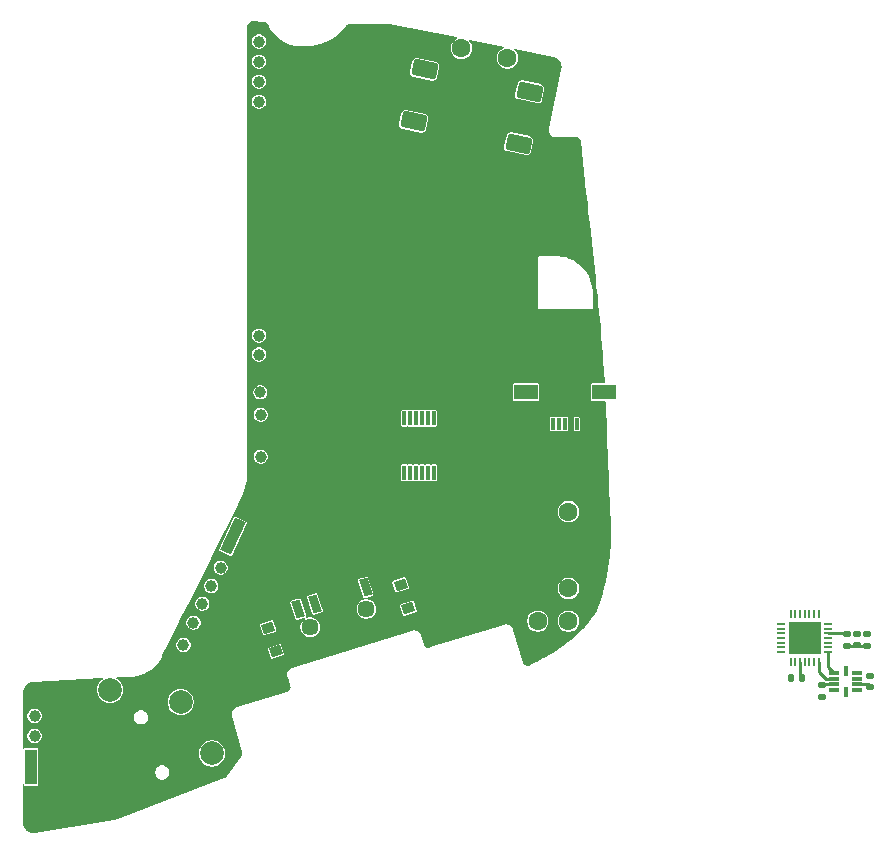
<source format=gbr>
%TF.GenerationSoftware,KiCad,Pcbnew,9.0.3*%
%TF.CreationDate,2025-07-19T19:29:57+01:00*%
%TF.ProjectId,GhostPAW,47686f73-7450-4415-972e-6b696361645f,rev?*%
%TF.SameCoordinates,Original*%
%TF.FileFunction,Copper,L1,Top*%
%TF.FilePolarity,Positive*%
%FSLAX46Y46*%
G04 Gerber Fmt 4.6, Leading zero omitted, Abs format (unit mm)*
G04 Created by KiCad (PCBNEW 9.0.3) date 2025-07-19 19:29:57*
%MOMM*%
%LPD*%
G01*
G04 APERTURE LIST*
G04 Aperture macros list*
%AMRoundRect*
0 Rectangle with rounded corners*
0 $1 Rounding radius*
0 $2 $3 $4 $5 $6 $7 $8 $9 X,Y pos of 4 corners*
0 Add a 4 corners polygon primitive as box body*
4,1,4,$2,$3,$4,$5,$6,$7,$8,$9,$2,$3,0*
0 Add four circle primitives for the rounded corners*
1,1,$1+$1,$2,$3*
1,1,$1+$1,$4,$5*
1,1,$1+$1,$6,$7*
1,1,$1+$1,$8,$9*
0 Add four rect primitives between the rounded corners*
20,1,$1+$1,$2,$3,$4,$5,0*
20,1,$1+$1,$4,$5,$6,$7,0*
20,1,$1+$1,$6,$7,$8,$9,0*
20,1,$1+$1,$8,$9,$2,$3,0*%
%AMRotRect*
0 Rectangle, with rotation*
0 The origin of the aperture is its center*
0 $1 length*
0 $2 width*
0 $3 Rotation angle, in degrees counterclockwise*
0 Add horizontal line*
21,1,$1,$2,0,0,$3*%
G04 Aperture macros list end*
%TA.AperFunction,ComponentPad*%
%ADD10C,1.600200*%
%TD*%
%TA.AperFunction,SMDPad,CuDef*%
%ADD11R,0.300000X1.200000*%
%TD*%
%TA.AperFunction,ComponentPad*%
%ADD12RotRect,2.010000X2.010000X111.000000*%
%TD*%
%TA.AperFunction,ComponentPad*%
%ADD13C,2.010000*%
%TD*%
%TA.AperFunction,SMDPad,CuDef*%
%ADD14R,2.000000X1.300000*%
%TD*%
%TA.AperFunction,SMDPad,CuDef*%
%ADD15R,0.300000X1.000000*%
%TD*%
%TA.AperFunction,SMDPad,CuDef*%
%ADD16C,1.000000*%
%TD*%
%TA.AperFunction,SMDPad,CuDef*%
%ADD17RotRect,3.000000X1.000000X65.000000*%
%TD*%
%TA.AperFunction,SMDPad,CuDef*%
%ADD18RotRect,0.711200X1.498600X18.000000*%
%TD*%
%TA.AperFunction,SMDPad,CuDef*%
%ADD19RotRect,0.990600X0.812800X18.000000*%
%TD*%
%TA.AperFunction,ComponentPad*%
%ADD20C,1.447800*%
%TD*%
%TA.AperFunction,SMDPad,CuDef*%
%ADD21RoundRect,0.140000X0.170000X-0.140000X0.170000X0.140000X-0.170000X0.140000X-0.170000X-0.140000X0*%
%TD*%
%TA.AperFunction,SMDPad,CuDef*%
%ADD22RoundRect,0.135000X0.185000X-0.135000X0.185000X0.135000X-0.185000X0.135000X-0.185000X-0.135000X0*%
%TD*%
%TA.AperFunction,SMDPad,CuDef*%
%ADD23RoundRect,0.135000X-0.185000X0.135000X-0.185000X-0.135000X0.185000X-0.135000X0.185000X0.135000X0*%
%TD*%
%TA.AperFunction,SMDPad,CuDef*%
%ADD24RoundRect,0.140000X-0.170000X0.140000X-0.170000X-0.140000X0.170000X-0.140000X0.170000X0.140000X0*%
%TD*%
%TA.AperFunction,SMDPad,CuDef*%
%ADD25RoundRect,0.250000X-0.876078X-0.273837X0.688958X-0.606496X0.876078X0.273837X-0.688958X0.606496X0*%
%TD*%
%TA.AperFunction,SMDPad,CuDef*%
%ADD26R,0.200000X0.800000*%
%TD*%
%TA.AperFunction,SMDPad,CuDef*%
%ADD27R,0.800000X0.200000*%
%TD*%
%TA.AperFunction,SMDPad,CuDef*%
%ADD28R,2.750000X2.750000*%
%TD*%
%TA.AperFunction,SMDPad,CuDef*%
%ADD29R,1.000000X3.000000*%
%TD*%
%TA.AperFunction,SMDPad,CuDef*%
%ADD30R,0.950000X0.300000*%
%TD*%
%TA.AperFunction,SMDPad,CuDef*%
%ADD31R,0.300000X0.950000*%
%TD*%
%TA.AperFunction,SMDPad,CuDef*%
%ADD32RoundRect,0.140000X-0.140000X-0.170000X0.140000X-0.170000X0.140000X0.170000X-0.140000X0.170000X0*%
%TD*%
%TA.AperFunction,Conductor*%
%ADD33C,0.250000*%
%TD*%
G04 APERTURE END LIST*
D10*
%TO.P,U6,5*%
%TO.N,N/C*%
X158732815Y-70276141D03*
%TO.P,U6,4*%
X162633472Y-71105251D03*
%TD*%
%TO.P,M1,1,1*%
%TO.N,RUMBLE+*%
X165200000Y-118780000D03*
%TO.P,M1,2,2*%
%TO.N,RUMBLE-*%
X167800000Y-118780000D03*
%TO.P,M1,3*%
%TO.N,N/C*%
X167800000Y-116000000D03*
%TO.P,M1,4*%
X167800000Y-109500001D03*
%TD*%
D11*
%TO.P,J2,1,1*%
%TO.N,GND*%
X153400000Y-106200000D03*
%TO.P,J2,2,2*%
%TO.N,unconnected-(J2-Pad2)*%
X153900000Y-106200000D03*
%TO.P,J2,3,3*%
%TO.N,unconnected-(J2-Pad3)*%
X154400000Y-106200000D03*
%TO.P,J2,4,4*%
%TO.N,unconnected-(J2-Pad4)*%
X154900000Y-106200000D03*
%TO.P,J2,5,5*%
%TO.N,unconnected-(J2-Pad5)*%
X155400000Y-106200000D03*
%TO.P,J2,6,6*%
%TO.N,+3.3V*%
X155900000Y-106200000D03*
%TO.P,J2,7,7*%
X156400000Y-106200000D03*
%TO.P,J2,8,8*%
%TO.N,GND*%
X156900000Y-106200000D03*
%TO.P,J2,9,9*%
X156900000Y-101600000D03*
%TO.P,J2,10,10*%
%TO.N,BT_DATA-*%
X156400000Y-101600000D03*
%TO.P,J2,11,11*%
%TO.N,BT_DATA+*%
X155900000Y-101600000D03*
%TO.P,J2,12,12*%
%TO.N,BT_SYNC*%
X155400000Y-101600000D03*
%TO.P,J2,13,13*%
%TO.N,+3.3V*%
X154900000Y-101600000D03*
%TO.P,J2,14,14*%
%TO.N,unconnected-(J2-Pad14)*%
X154400000Y-101600000D03*
%TO.P,J2,15,15*%
%TO.N,unconnected-(J2-Pad15)*%
X153900000Y-101600000D03*
%TO.P,J2,16,16*%
%TO.N,GND*%
X153400000Y-101600000D03*
%TD*%
D12*
%TO.P,H1,1,SLEEVE*%
%TO.N,GND*%
X128915322Y-133308780D03*
D13*
%TO.P,H1,2,TIP*%
%TO.N,GC_AUX_DATA*%
X134965558Y-125630587D03*
%TO.P,H1,3,RING_1*%
%TO.N,+5V*%
X128999999Y-124600001D03*
%TO.P,H1,4,RING_2*%
%TO.N,+3V3*%
X137597620Y-129975958D03*
%TD*%
D14*
%TO.P,J1,7*%
%TO.N,N/C*%
X164200000Y-99400000D03*
%TO.P,J1,6*%
X170800000Y-99400000D03*
D15*
%TO.P,J1,5,Pin_5*%
%TO.N,+3.3V*%
X166500000Y-102100000D03*
%TO.P,J1,4,Pin_4*%
%TO.N,LS_Y*%
X166999999Y-102100001D03*
%TO.P,J1,3,Pin_3*%
%TO.N,LS_3*%
X167500000Y-102100000D03*
%TO.P,J1,2,Pin_2*%
%TO.N,GND*%
X168000000Y-102100000D03*
%TO.P,J1,1,Pin_1*%
%TO.N,LS_X*%
X168500000Y-102100000D03*
%TD*%
D16*
%TO.P,TP29,1,1*%
%TO.N,B-*%
X137550000Y-115800000D03*
%TD*%
%TO.P,TP34,1,1*%
%TO.N,VDD*%
X135200000Y-120800000D03*
%TD*%
%TO.P,TP28,1,1*%
%TO.N,W-*%
X138350000Y-114250000D03*
%TD*%
%TO.P,TP30,1,1*%
%TO.N,G-*%
X136800000Y-117300000D03*
%TD*%
%TO.P,TP32,1,1*%
%TO.N,R-*%
X136050000Y-118900000D03*
%TD*%
D17*
%TO.P,TP25,1,1*%
%TO.N,+5V*%
X139400000Y-111600000D03*
%TD*%
D16*
%TO.P,TP1,1,1*%
%TO.N,BT_DATA+*%
X141600000Y-69700000D03*
%TD*%
%TO.P,TP9,1,1*%
%TO.N,USB_DATA-*%
X122600000Y-126800000D03*
%TD*%
D18*
%TO.P,SW2,1,1*%
%TO.N,unconnected-(SW2-Pad1)*%
X144912760Y-117775578D03*
%TO.P,SW2,2,2*%
%TO.N,unconnected-(SW2-Pad2)*%
X146339344Y-117312052D03*
%TO.P,SW2,3,3*%
%TO.N,GND*%
X149192513Y-116385001D03*
%TO.P,SW2,4,4*%
%TO.N,PW_SW*%
X150619097Y-115921477D03*
D19*
%TO.P,SW2,5*%
%TO.N,N/C*%
X142371009Y-119337467D03*
%TO.P,SW2,6*%
X153593472Y-115691068D03*
%TO.P,SW2,7*%
X143019944Y-121334685D03*
%TO.P,SW2,8*%
X154242407Y-117688285D03*
D20*
%TO.P,SW2,9*%
X145929085Y-119285476D03*
%TO.P,SW2,10*%
X150684367Y-117740391D03*
%TD*%
D16*
%TO.P,TP6,1,1*%
%TO.N,USB_DATA+*%
X122600000Y-128500000D03*
%TD*%
%TO.P,TP12,1,1*%
%TO.N,GND*%
X141700000Y-97800000D03*
%TD*%
D21*
%TO.P,C2,1*%
%TO.N,+3.3V*%
X193360000Y-124340000D03*
%TO.P,C2,2*%
%TO.N,GND*%
X193360000Y-123380000D03*
%TD*%
D22*
%TO.P,R2,1*%
%TO.N,MCLR*%
X193060000Y-120900000D03*
%TO.P,R2,2*%
%TO.N,+3.3V*%
X193060000Y-119880000D03*
%TD*%
D23*
%TO.P,R1,1*%
%TO.N,Net-(IC2-LRA{slash}~{ERM})*%
X189260000Y-124150000D03*
%TO.P,R1,2*%
%TO.N,GND*%
X189260000Y-125170000D03*
%TD*%
D16*
%TO.P,TP5,1,1*%
%TO.N,USB_DATA-*%
X141600000Y-74800000D03*
%TD*%
D24*
%TO.P,C3,1*%
%TO.N,GND*%
X192210000Y-119870000D03*
%TO.P,C3,2*%
%TO.N,MCLR*%
X192210000Y-120830000D03*
%TD*%
D16*
%TO.P,TP2,1,1*%
%TO.N,BT_DATA-*%
X141600000Y-71400000D03*
%TD*%
D25*
%TO.P,SW1,1,1*%
%TO.N,L2_1_BUTTON*%
X155617230Y-72053169D03*
X164518373Y-73945166D03*
%TO.P,SW1,2,2*%
%TO.N,L2_2_BUTTON*%
X154681627Y-76454834D03*
X163582770Y-78346831D03*
%TD*%
D26*
%TO.P,IC1,1,RA2*%
%TO.N,LS_X*%
X189000000Y-118200000D03*
%TO.P,IC1,2,RA3*%
%TO.N,LS_Y*%
X188600000Y-118200000D03*
%TO.P,IC1,3,RA4*%
%TO.N,A_BUTTON*%
X188200000Y-118200000D03*
%TO.P,IC1,4,RA5*%
%TO.N,B_BUTTON*%
X187800000Y-118200000D03*
%TO.P,IC1,5,VSS_1*%
%TO.N,GND*%
X187400000Y-118200000D03*
%TO.P,IC1,6,RA7*%
%TO.N,X_BUTTON*%
X187000000Y-118200000D03*
%TO.P,IC1,7,RA6*%
%TO.N,Y_BUTTON*%
X186600000Y-118200000D03*
D27*
%TO.P,IC1,8,RC0*%
%TO.N,R1_BUTTON*%
X185800000Y-119000000D03*
%TO.P,IC1,9,RC1*%
%TO.N,SELECT_BUTTON*%
X185800000Y-119400000D03*
%TO.P,IC1,10,RC2*%
%TO.N,R2_1_BUTTON*%
X185800000Y-119800000D03*
%TO.P,IC1,11,RC3*%
%TO.N,R2_2_BUTTON*%
X185800000Y-120200000D03*
%TO.P,IC1,12,RC4*%
%TO.N,L2_2_BUTTON*%
X185800000Y-120600000D03*
%TO.P,IC1,13,RC5*%
%TO.N,L2_1_BUTTON*%
X185800000Y-121000000D03*
%TO.P,IC1,14,RC6*%
%TO.N,D_UP_BUTTON*%
X185800000Y-121400000D03*
D26*
%TO.P,IC1,15,RC7*%
%TO.N,D_DOWN_BUTTON*%
X186600000Y-122200000D03*
%TO.P,IC1,16,VSS_2*%
%TO.N,GND*%
X187000000Y-122200000D03*
%TO.P,IC1,17,VDD*%
%TO.N,+3.3V*%
X187400000Y-122200000D03*
%TO.P,IC1,18,RB0*%
%TO.N,D_RIGHT_BUTTON*%
X187800000Y-122200000D03*
%TO.P,IC1,19,RB1*%
%TO.N,D_LEFT_BUTTON*%
X188200000Y-122200000D03*
%TO.P,IC1,20,RB2*%
%TO.N,GC_DATA*%
X188600000Y-122200000D03*
%TO.P,IC1,21,RB3*%
%TO.N,RUMBLE_PWM*%
X189000000Y-122200000D03*
D27*
%TO.P,IC1,22,RB4*%
%TO.N,RUMBLE_EN*%
X189800000Y-121400000D03*
%TO.P,IC1,23,RB5*%
%TO.N,L1_BUTTON*%
X189800000Y-121000000D03*
%TO.P,IC1,24,RB6/ICSPCLK*%
%TO.N,PGC*%
X189800000Y-120600000D03*
%TO.P,IC1,25,RB7/ICSPDAT*%
%TO.N,PGD*%
X189800000Y-120200000D03*
%TO.P,IC1,26,RE3/~{MCLR}/VPP*%
%TO.N,Net-(IC1-RE3{slash}~{MCLR}{slash}VPP)*%
X189800000Y-119800000D03*
%TO.P,IC1,27,RA0*%
%TO.N,RS_X*%
X189800000Y-119400000D03*
%TO.P,IC1,28,RA1*%
%TO.N,RS_Y*%
X189800000Y-119000000D03*
D28*
%TO.P,IC1,29,EP*%
%TO.N,GND*%
X187800000Y-120200000D03*
%TD*%
D16*
%TO.P,TP10,1,1*%
%TO.N,FAN+*%
X141700000Y-99400000D03*
%TD*%
D29*
%TO.P,TP11,1,1*%
%TO.N,GND*%
X122300000Y-134700000D03*
%TD*%
D30*
%TO.P,IC2,1,EN*%
%TO.N,RUMBLE_EN*%
X190310000Y-123130000D03*
%TO.P,IC2,2,PWM*%
%TO.N,RUMBLE_PWM*%
X190310000Y-123630000D03*
%TO.P,IC2,3,LRA/~{ERM}*%
%TO.N,Net-(IC2-LRA{slash}~{ERM})*%
X190310000Y-124130000D03*
%TO.P,IC2,4,NC*%
%TO.N,unconnected-(IC2-NC-Pad4)*%
X190310000Y-124630000D03*
D31*
%TO.P,IC2,5,GND_1*%
%TO.N,GND*%
X191260000Y-124780000D03*
D30*
%TO.P,IC2,6,OUT-*%
%TO.N,RUMBLE-*%
X192210000Y-124630000D03*
%TO.P,IC2,7,VDD*%
%TO.N,+3.3V*%
X192210000Y-124130000D03*
%TO.P,IC2,8,GND_2*%
%TO.N,GND*%
X192210000Y-123630000D03*
%TO.P,IC2,9,OUT+*%
%TO.N,RUMBLE+*%
X192210000Y-123130000D03*
D31*
%TO.P,IC2,10,GND_3*%
%TO.N,GND*%
X191260000Y-122980000D03*
%TD*%
D22*
%TO.P,R3,1*%
%TO.N,MCLR*%
X191360000Y-120880000D03*
%TO.P,R3,2*%
%TO.N,Net-(IC1-RE3{slash}~{MCLR}{slash}VPP)*%
X191360000Y-119860000D03*
%TD*%
D16*
%TO.P,TP7,1,1*%
%TO.N,SCL*%
X141600000Y-94600000D03*
%TD*%
D29*
%TO.P,TP3,1,1*%
%TO.N,+3V3*%
X122300000Y-131100000D03*
%TD*%
D16*
%TO.P,TP23,1,1*%
%TO.N,GND*%
X141000000Y-108800000D03*
%TD*%
%TO.P,TP8,1,1*%
%TO.N,SDA*%
X141600000Y-96200000D03*
%TD*%
%TO.P,TP4,1,1*%
%TO.N,USB_DATA+*%
X141600000Y-73100000D03*
%TD*%
D32*
%TO.P,C1,1*%
%TO.N,GND*%
X186640000Y-123590000D03*
%TO.P,C1,2*%
%TO.N,+3.3V*%
X187600000Y-123590000D03*
%TD*%
D16*
%TO.P,TP14,1,1*%
%TO.N,FAN_TACH*%
X141750000Y-101300000D03*
%TD*%
%TO.P,TP18,1,1*%
%TO.N,BTN*%
X141750000Y-104850000D03*
%TD*%
D33*
%TO.N,+3.3V*%
X187400000Y-123390000D02*
X187400000Y-122200000D01*
X193360000Y-124340000D02*
X193150000Y-124130000D01*
X193150000Y-124130000D02*
X192210000Y-124130000D01*
X187600000Y-123590000D02*
X187400000Y-123390000D01*
%TO.N,MCLR*%
X192160000Y-120880000D02*
X192210000Y-120830000D01*
X191360000Y-120880000D02*
X192160000Y-120880000D01*
X192280000Y-120900000D02*
X192210000Y-120830000D01*
X193060000Y-120900000D02*
X192280000Y-120900000D01*
%TO.N,RUMBLE_PWM*%
X189000000Y-123045000D02*
X189585000Y-123630000D01*
X189585000Y-123630000D02*
X190310000Y-123630000D01*
X189000000Y-122200000D02*
X189000000Y-123045000D01*
%TO.N,RUMBLE_EN*%
X189800000Y-121400000D02*
X189800000Y-122620000D01*
X189800000Y-122620000D02*
X190310000Y-123130000D01*
%TO.N,Net-(IC1-RE3{slash}~{MCLR}{slash}VPP)*%
X191300000Y-119800000D02*
X191360000Y-119860000D01*
X189800000Y-119800000D02*
X191300000Y-119800000D01*
%TO.N,Net-(IC2-LRA{slash}~{ERM})*%
X190310000Y-124130000D02*
X189280000Y-124130000D01*
X189280000Y-124130000D02*
X189260000Y-124150000D01*
%TD*%
%TA.AperFunction,Conductor*%
%TO.N,GND*%
G36*
X141017707Y-67990506D02*
G01*
X141042034Y-67991685D01*
X141042930Y-67991223D01*
X141048747Y-67991388D01*
X142031203Y-68020283D01*
X142038442Y-68021026D01*
X142116475Y-68034847D01*
X142126700Y-68036658D01*
X142138354Y-68040231D01*
X142218099Y-68075814D01*
X142228544Y-68082103D01*
X142297302Y-68135924D01*
X142305914Y-68144552D01*
X142359606Y-68213415D01*
X142365874Y-68223871D01*
X142402768Y-68306975D01*
X142404900Y-68312696D01*
X142411704Y-68335039D01*
X142415186Y-68340624D01*
X142414666Y-68340948D01*
X142421833Y-68351705D01*
X142445764Y-68415996D01*
X142461928Y-68459422D01*
X142462677Y-68466613D01*
X142468839Y-68477989D01*
X142470062Y-68481275D01*
X142470063Y-68481277D01*
X142473355Y-68490120D01*
X142473356Y-68490121D01*
X142473950Y-68490760D01*
X142481299Y-68500995D01*
X142515124Y-68563444D01*
X142518949Y-68570505D01*
X142519629Y-68574285D01*
X142528416Y-68587982D01*
X142536164Y-68602285D01*
X142536166Y-68602288D01*
X142539308Y-68606074D01*
X142538935Y-68606383D01*
X142543484Y-68611467D01*
X142616397Y-68725112D01*
X142617878Y-68730244D01*
X142627107Y-68741807D01*
X142628498Y-68743975D01*
X142628507Y-68743988D01*
X142635104Y-68754270D01*
X142635106Y-68754271D01*
X142638520Y-68757815D01*
X142638500Y-68757834D01*
X142644035Y-68763016D01*
X142693435Y-68824907D01*
X142694262Y-68827321D01*
X142705838Y-68840449D01*
X142706603Y-68841407D01*
X142706612Y-68841417D01*
X142716787Y-68854165D01*
X142718442Y-68855561D01*
X142723704Y-68860708D01*
X142778959Y-68923368D01*
X142815201Y-68964466D01*
X142816471Y-68967522D01*
X142828352Y-68979379D01*
X142839457Y-68991972D01*
X142839458Y-68991972D01*
X142843243Y-68994860D01*
X142848232Y-68999219D01*
X142902687Y-69053564D01*
X142903290Y-69054907D01*
X142916778Y-69067628D01*
X142917279Y-69068128D01*
X142917280Y-69068129D01*
X142930510Y-69081332D01*
X142935621Y-69085399D01*
X143030749Y-69175114D01*
X143035315Y-69179420D01*
X143036129Y-69181073D01*
X143049812Y-69193092D01*
X143063063Y-69205589D01*
X143063072Y-69205597D01*
X143069492Y-69210379D01*
X143124949Y-69259091D01*
X143125332Y-69259839D01*
X143139962Y-69272279D01*
X143140239Y-69272522D01*
X143140248Y-69272530D01*
X143156156Y-69286503D01*
X143159297Y-69288718D01*
X143258000Y-69372646D01*
X143258615Y-69373777D01*
X143273205Y-69385575D01*
X143287480Y-69397713D01*
X143288428Y-69398519D01*
X143293192Y-69401737D01*
X143341517Y-69440814D01*
X143341519Y-69440816D01*
X143345760Y-69444245D01*
X143346182Y-69444993D01*
X143361242Y-69456767D01*
X143361555Y-69457020D01*
X143361608Y-69457062D01*
X143378001Y-69470317D01*
X143381297Y-69472445D01*
X143476309Y-69546723D01*
X143477280Y-69548306D01*
X143491997Y-69558988D01*
X143506344Y-69570204D01*
X143506347Y-69570205D01*
X143506367Y-69570215D01*
X143513223Y-69574394D01*
X143519926Y-69579259D01*
X143559329Y-69607859D01*
X143559330Y-69607859D01*
X143564144Y-69611353D01*
X143564958Y-69612599D01*
X143580273Y-69623060D01*
X143595297Y-69633965D01*
X143595298Y-69633965D01*
X143595922Y-69634418D01*
X143601653Y-69637664D01*
X143697433Y-69703089D01*
X143699295Y-69705596D01*
X143713869Y-69714316D01*
X143727874Y-69723883D01*
X143727880Y-69723884D01*
X143731620Y-69725479D01*
X143737691Y-69728570D01*
X143791377Y-69760694D01*
X143792795Y-69762440D01*
X143808450Y-69770910D01*
X143822508Y-69779322D01*
X143823755Y-69780068D01*
X143824896Y-69780475D01*
X143831887Y-69783590D01*
X143936901Y-69840410D01*
X143939746Y-69843393D01*
X143954363Y-69849857D01*
X143956118Y-69850807D01*
X143956120Y-69850808D01*
X143968439Y-69857474D01*
X143973143Y-69858927D01*
X143973026Y-69859303D01*
X143979755Y-69861089D01*
X144043746Y-69889393D01*
X144045633Y-69891183D01*
X144061953Y-69897446D01*
X144077935Y-69904515D01*
X144077936Y-69904515D01*
X144080201Y-69905022D01*
X144087203Y-69907135D01*
X144133622Y-69924950D01*
X144203730Y-69951856D01*
X144203731Y-69951856D01*
X144211053Y-69954666D01*
X144214351Y-69957319D01*
X144229597Y-69961782D01*
X144244430Y-69967475D01*
X144244434Y-69967474D01*
X144249285Y-69968308D01*
X144249224Y-69968663D01*
X144256187Y-69969566D01*
X144335807Y-69992878D01*
X144337764Y-69994308D01*
X144354922Y-69998474D01*
X144371854Y-70003432D01*
X144371854Y-70003431D01*
X144371855Y-70003432D01*
X144373594Y-70003586D01*
X144380971Y-70004800D01*
X144531321Y-70041312D01*
X144534480Y-70043289D01*
X144550641Y-70046004D01*
X144552383Y-70046427D01*
X144566554Y-70049869D01*
X144571475Y-70050075D01*
X144571452Y-70050600D01*
X144578211Y-70050635D01*
X144675854Y-70067040D01*
X144677655Y-70068070D01*
X144695510Y-70070343D01*
X144713241Y-70073322D01*
X144713245Y-70073320D01*
X144713904Y-70073302D01*
X144721713Y-70073678D01*
X144900999Y-70096503D01*
X144903873Y-70097919D01*
X144920737Y-70099016D01*
X144937488Y-70101149D01*
X144937494Y-70101147D01*
X144941842Y-70100844D01*
X144948580Y-70100828D01*
X144948826Y-70100844D01*
X145064086Y-70108345D01*
X145065746Y-70109092D01*
X145083979Y-70109640D01*
X145102170Y-70110824D01*
X145102170Y-70110823D01*
X145102233Y-70110828D01*
X145110146Y-70110426D01*
X145315601Y-70116603D01*
X145318314Y-70117646D01*
X145335502Y-70117202D01*
X145352666Y-70117718D01*
X145352676Y-70117714D01*
X145355943Y-70117166D01*
X145362927Y-70116493D01*
X145493562Y-70113119D01*
X145495182Y-70113681D01*
X145513501Y-70112604D01*
X145531821Y-70112131D01*
X145531822Y-70112130D01*
X145532106Y-70112123D01*
X145539524Y-70111074D01*
X145764681Y-70097840D01*
X145767414Y-70098624D01*
X145784552Y-70096672D01*
X145801758Y-70095661D01*
X145801760Y-70095659D01*
X145804776Y-70094874D01*
X145811739Y-70093575D01*
X145952083Y-70077594D01*
X145953768Y-70078017D01*
X145971878Y-70075339D01*
X145976252Y-70074841D01*
X145990303Y-70073242D01*
X145997709Y-70071520D01*
X146233856Y-70036613D01*
X146236774Y-70037171D01*
X146253541Y-70033703D01*
X146270472Y-70031201D01*
X146273826Y-70030003D01*
X146280515Y-70028125D01*
X146424394Y-69998373D01*
X146426230Y-69998657D01*
X146443888Y-69994342D01*
X146461727Y-69990654D01*
X146461731Y-69990651D01*
X146461759Y-69990640D01*
X146469380Y-69988114D01*
X146707091Y-69930038D01*
X146710300Y-69930331D01*
X146726406Y-69925319D01*
X146742800Y-69921314D01*
X146742803Y-69921311D01*
X146746831Y-69919435D01*
X146753086Y-69917016D01*
X146894490Y-69873017D01*
X146896523Y-69873123D01*
X146913509Y-69867099D01*
X146930723Y-69861743D01*
X146930728Y-69861738D01*
X146931205Y-69861480D01*
X146938378Y-69858279D01*
X147168967Y-69776508D01*
X147172521Y-69776450D01*
X147187699Y-69769866D01*
X147203300Y-69764334D01*
X147203301Y-69764332D01*
X147207532Y-69761812D01*
X147207831Y-69762314D01*
X147213444Y-69758697D01*
X147347683Y-69700472D01*
X147349937Y-69700337D01*
X147365953Y-69692547D01*
X147382294Y-69685460D01*
X147382295Y-69685458D01*
X147382297Y-69685458D01*
X147383311Y-69684756D01*
X147389912Y-69680895D01*
X147399270Y-69676344D01*
X147606075Y-69575770D01*
X147609995Y-69575233D01*
X147623944Y-69567080D01*
X147638474Y-69560014D01*
X147638477Y-69560010D01*
X147642402Y-69557034D01*
X147642673Y-69557392D01*
X147647983Y-69553029D01*
X147771450Y-69480868D01*
X147773922Y-69480407D01*
X147788634Y-69470824D01*
X147803797Y-69461963D01*
X147803801Y-69461957D01*
X147805330Y-69460603D01*
X147811214Y-69456119D01*
X148000739Y-69332683D01*
X148007242Y-69328448D01*
X148011481Y-69327278D01*
X148023883Y-69317610D01*
X148037061Y-69309028D01*
X148037063Y-69309024D01*
X148040585Y-69305585D01*
X148040801Y-69305806D01*
X148045664Y-69300630D01*
X148155483Y-69215029D01*
X148158117Y-69214148D01*
X148171175Y-69202796D01*
X148184827Y-69192156D01*
X148184830Y-69192150D01*
X148186726Y-69189956D01*
X148191763Y-69184900D01*
X148363516Y-69035610D01*
X148367904Y-69033675D01*
X148378495Y-69022590D01*
X148390072Y-69012528D01*
X148390075Y-69012520D01*
X148393087Y-69008633D01*
X148393234Y-69008747D01*
X148397436Y-69002766D01*
X148491701Y-68904114D01*
X148494352Y-68902759D01*
X148505443Y-68889732D01*
X148517266Y-68877360D01*
X148517266Y-68877358D01*
X148517268Y-68877357D01*
X148519191Y-68874332D01*
X148523321Y-68868735D01*
X148530156Y-68860708D01*
X148972995Y-68340626D01*
X148983345Y-68331430D01*
X149075194Y-68270276D01*
X149082954Y-68266049D01*
X149191602Y-68218791D01*
X149199980Y-68215999D01*
X149315260Y-68188623D01*
X149323997Y-68187351D01*
X149444769Y-68180578D01*
X149447563Y-68180501D01*
X149448387Y-68180500D01*
X149473644Y-68181323D01*
X149475182Y-68180500D01*
X149482928Y-68180500D01*
X152356785Y-68180500D01*
X152365461Y-68182417D01*
X152365644Y-68181368D01*
X152372126Y-68182498D01*
X152372128Y-68182499D01*
X152372129Y-68182498D01*
X152372130Y-68182499D01*
X152385282Y-68181323D01*
X152392264Y-68180698D01*
X152394582Y-68180545D01*
X152395636Y-68180500D01*
X152409991Y-68180500D01*
X152411638Y-68179817D01*
X152417755Y-68179556D01*
X152417863Y-68179595D01*
X152418423Y-68179532D01*
X152457885Y-68178378D01*
X152463851Y-68178561D01*
X152519592Y-68183627D01*
X152525492Y-68184523D01*
X152564001Y-68192751D01*
X152564509Y-68192863D01*
X152569847Y-68194064D01*
X152570688Y-68194628D01*
X152585525Y-68197594D01*
X152586072Y-68197718D01*
X152586137Y-68197764D01*
X152588428Y-68198310D01*
X152609099Y-68204041D01*
X152609102Y-68204040D01*
X152613401Y-68204077D01*
X152622778Y-68205045D01*
X158363293Y-69353148D01*
X158395090Y-69374442D01*
X158402516Y-69411983D01*
X158381222Y-69443780D01*
X158372622Y-69448371D01*
X158305275Y-69476267D01*
X158157441Y-69575045D01*
X158031719Y-69700767D01*
X157932941Y-69848601D01*
X157932940Y-69848603D01*
X157864901Y-70012862D01*
X157864901Y-70012864D01*
X157830215Y-70187239D01*
X157830215Y-70365042D01*
X157864901Y-70539417D01*
X157864901Y-70539419D01*
X157932940Y-70703678D01*
X157932941Y-70703680D01*
X158025343Y-70841972D01*
X158031720Y-70851515D01*
X158157441Y-70977236D01*
X158305274Y-71076014D01*
X158469536Y-71144054D01*
X158643917Y-71178741D01*
X158643923Y-71178741D01*
X158821707Y-71178741D01*
X158821713Y-71178741D01*
X158996094Y-71144054D01*
X159160356Y-71076014D01*
X159308189Y-70977236D01*
X159433910Y-70851515D01*
X159532688Y-70703682D01*
X159600728Y-70539420D01*
X159635415Y-70365039D01*
X159635415Y-70187243D01*
X159600728Y-70012862D01*
X159532688Y-69848600D01*
X159433910Y-69700767D01*
X159383811Y-69650668D01*
X159369166Y-69615313D01*
X159383811Y-69579958D01*
X159419166Y-69565313D01*
X159428971Y-69566283D01*
X162343692Y-70149228D01*
X162375488Y-70170522D01*
X162382914Y-70208063D01*
X162361620Y-70239860D01*
X162353019Y-70244451D01*
X162205934Y-70305376D01*
X162205932Y-70305377D01*
X162058098Y-70404155D01*
X161932376Y-70529877D01*
X161833598Y-70677711D01*
X161833597Y-70677713D01*
X161765558Y-70841972D01*
X161765558Y-70841974D01*
X161730872Y-71016349D01*
X161730872Y-71194152D01*
X161765558Y-71368527D01*
X161765558Y-71368529D01*
X161833597Y-71532788D01*
X161833598Y-71532790D01*
X161900258Y-71632556D01*
X161932377Y-71680625D01*
X162058098Y-71806346D01*
X162205931Y-71905124D01*
X162370193Y-71973164D01*
X162544574Y-72007851D01*
X162544580Y-72007851D01*
X162722364Y-72007851D01*
X162722370Y-72007851D01*
X162896751Y-71973164D01*
X163061013Y-71905124D01*
X163208846Y-71806346D01*
X163334567Y-71680625D01*
X163433345Y-71532792D01*
X163501385Y-71368530D01*
X163536072Y-71194149D01*
X163536072Y-71016353D01*
X163501385Y-70841972D01*
X163433345Y-70677710D01*
X163334567Y-70529877D01*
X163223244Y-70418554D01*
X163208599Y-70383199D01*
X163223244Y-70347844D01*
X163258599Y-70333199D01*
X163268398Y-70334169D01*
X166458133Y-70972116D01*
X166464168Y-70973325D01*
X166464380Y-70973510D01*
X166488641Y-70978229D01*
X166488674Y-70978251D01*
X166493175Y-70979360D01*
X166616513Y-71016358D01*
X166655217Y-71027968D01*
X166664388Y-71031745D01*
X166782806Y-71094922D01*
X166811429Y-71110192D01*
X166819673Y-71115705D01*
X166948341Y-71221630D01*
X166955334Y-71228661D01*
X166993649Y-71275716D01*
X167046534Y-71340665D01*
X167060566Y-71357897D01*
X167066034Y-71366170D01*
X167143690Y-71513632D01*
X167147418Y-71522822D01*
X167194442Y-71682708D01*
X167196283Y-71692453D01*
X167210827Y-71858475D01*
X167210709Y-71868390D01*
X167191842Y-72037242D01*
X167191070Y-72042029D01*
X167190977Y-72042467D01*
X167186091Y-72065323D01*
X167186124Y-72065427D01*
X167184752Y-72071923D01*
X167184750Y-72071924D01*
X167184750Y-72071934D01*
X166138586Y-77016536D01*
X166138459Y-77016898D01*
X166134428Y-77036095D01*
X166134411Y-77036180D01*
X166117677Y-77115171D01*
X166119552Y-77249731D01*
X166119553Y-77249740D01*
X166150871Y-77380618D01*
X166210115Y-77501464D01*
X166294392Y-77606376D01*
X166294394Y-77606378D01*
X166294397Y-77606381D01*
X166399625Y-77690280D01*
X166399626Y-77690280D01*
X166399627Y-77690281D01*
X166520678Y-77749078D01*
X166520684Y-77749080D01*
X166563517Y-77759164D01*
X166651679Y-77779920D01*
X166699595Y-77780328D01*
X166700009Y-77780500D01*
X166719437Y-77780500D01*
X166719552Y-77780500D01*
X166719748Y-77780503D01*
X166750728Y-77780821D01*
X166753269Y-77780500D01*
X168416646Y-77780500D01*
X168423364Y-77780502D01*
X168423611Y-77780643D01*
X168447843Y-77780513D01*
X168447888Y-77780532D01*
X168453486Y-77780836D01*
X168539662Y-77790693D01*
X168551225Y-77793439D01*
X168624167Y-77820266D01*
X168629794Y-77822336D01*
X168640393Y-77827743D01*
X168709900Y-77874379D01*
X168718921Y-77882136D01*
X168751769Y-77918016D01*
X168763053Y-77930342D01*
X168775444Y-77943876D01*
X168782378Y-77953547D01*
X168822710Y-78026894D01*
X168827162Y-78037927D01*
X168844583Y-78102315D01*
X168846037Y-78110077D01*
X169039011Y-79921283D01*
X169039013Y-79921362D01*
X169039496Y-79925881D01*
X169041848Y-79947908D01*
X169043735Y-79965611D01*
X169043739Y-79965619D01*
X169044215Y-79970076D01*
X169044216Y-79970078D01*
X169115464Y-80637094D01*
X169115466Y-80637211D01*
X169115928Y-80641517D01*
X169118097Y-80661742D01*
X169120179Y-80681226D01*
X169120188Y-80681243D01*
X169120720Y-80686198D01*
X169120721Y-80686200D01*
X169229103Y-81696446D01*
X169229105Y-81696529D01*
X169231867Y-81722213D01*
X169232155Y-81724895D01*
X169233839Y-81740584D01*
X169233843Y-81740592D01*
X169234370Y-81745489D01*
X169234371Y-81745491D01*
X169304380Y-82396326D01*
X169304382Y-82396440D01*
X169306925Y-82419983D01*
X169306927Y-82420003D01*
X169309659Y-82445395D01*
X169309683Y-82445511D01*
X169415968Y-83429273D01*
X169415967Y-83429273D01*
X169416418Y-83433453D01*
X169416417Y-83433462D01*
X169418010Y-83448169D01*
X169418336Y-83451185D01*
X169418379Y-83451581D01*
X169418379Y-83451593D01*
X169418381Y-83451593D01*
X169421190Y-83477587D01*
X169421201Y-83477641D01*
X169490145Y-84114176D01*
X169490140Y-84114196D01*
X169492310Y-84134156D01*
X169492312Y-84134178D01*
X169494952Y-84158557D01*
X169494972Y-84158658D01*
X169598346Y-85109559D01*
X169598855Y-85114239D01*
X169598852Y-85114250D01*
X169600919Y-85133238D01*
X169601149Y-85135347D01*
X169601197Y-85135782D01*
X169601198Y-85135794D01*
X169603652Y-85158372D01*
X169603661Y-85158420D01*
X169670030Y-85767845D01*
X169670475Y-85771930D01*
X169670473Y-85771939D01*
X169672433Y-85789906D01*
X169672432Y-85789907D01*
X169672433Y-85789907D01*
X169675281Y-85816063D01*
X169675290Y-85816105D01*
X169756852Y-86563839D01*
X169756855Y-86563855D01*
X169775485Y-86734616D01*
X169775485Y-86734617D01*
X169846345Y-87384207D01*
X169846345Y-87384221D01*
X169846347Y-87384221D01*
X169947199Y-88311082D01*
X169947200Y-88311101D01*
X169947201Y-88311101D01*
X170012676Y-88914864D01*
X170012668Y-88914889D01*
X170012681Y-88914916D01*
X170107696Y-89799808D01*
X170107701Y-89799855D01*
X170169593Y-90381473D01*
X170169605Y-90381587D01*
X170258678Y-91237189D01*
X170258682Y-91237280D01*
X170258688Y-91237280D01*
X170316398Y-91801528D01*
X170316417Y-91801721D01*
X170398996Y-92641260D01*
X170399009Y-92641399D01*
X170452433Y-93200619D01*
X170452458Y-93200890D01*
X170515723Y-93903441D01*
X170526952Y-94028138D01*
X170528522Y-94045567D01*
X170528538Y-94045746D01*
X170577619Y-94613739D01*
X170577646Y-94614060D01*
X170647300Y-95485391D01*
X170647315Y-95485589D01*
X170692165Y-96076165D01*
X170692189Y-96076493D01*
X170753415Y-96959681D01*
X170755744Y-96993279D01*
X170773516Y-97264720D01*
X170796625Y-97617659D01*
X170796644Y-97617958D01*
X170854512Y-98591176D01*
X170854522Y-98591347D01*
X170854710Y-98594703D01*
X170842065Y-98630823D01*
X170807585Y-98647422D01*
X170804788Y-98647500D01*
X169789908Y-98647500D01*
X169789904Y-98647501D01*
X169760006Y-98653447D01*
X169737351Y-98668585D01*
X169726102Y-98676102D01*
X169703447Y-98710007D01*
X169697500Y-98739905D01*
X169697500Y-98739906D01*
X169697500Y-98739908D01*
X169697500Y-100060091D01*
X169697501Y-100060094D01*
X169703447Y-100089993D01*
X169726102Y-100123898D01*
X169760007Y-100146553D01*
X169789905Y-100152500D01*
X170890249Y-100152499D01*
X170906825Y-100159365D01*
X170923749Y-100165381D01*
X170924338Y-100166619D01*
X170925604Y-100167144D01*
X170940184Y-100199941D01*
X170944559Y-100285334D01*
X170944565Y-100285462D01*
X170978577Y-100984595D01*
X170978585Y-100984773D01*
X171026874Y-102055935D01*
X171026875Y-102056022D01*
X171026878Y-102056022D01*
X171058088Y-102775735D01*
X171058092Y-102775839D01*
X171102601Y-103853953D01*
X171102601Y-103853994D01*
X171102603Y-103853994D01*
X171131377Y-104564974D01*
X171131378Y-104565003D01*
X171152934Y-105105429D01*
X171152934Y-105105439D01*
X171157501Y-105219944D01*
X171171062Y-105560007D01*
X171171852Y-105579803D01*
X171172158Y-105587466D01*
X171172442Y-105594581D01*
X171172442Y-105594584D01*
X171173697Y-105626053D01*
X171173700Y-105626073D01*
X171198662Y-106250836D01*
X171198647Y-106250879D01*
X171199462Y-106270862D01*
X171200443Y-106295396D01*
X171200471Y-106295604D01*
X171236743Y-107184213D01*
X171236743Y-107184214D01*
X171236939Y-107189030D01*
X171236923Y-107189077D01*
X171237718Y-107208138D01*
X171237741Y-107208694D01*
X171237778Y-107209569D01*
X171237777Y-107209570D01*
X171237778Y-107209608D01*
X171237779Y-107209609D01*
X171238754Y-107233473D01*
X171238785Y-107233699D01*
X171247017Y-107430844D01*
X171261683Y-107782050D01*
X171261643Y-107782163D01*
X171262505Y-107801763D01*
X171262511Y-107801894D01*
X171262523Y-107802161D01*
X171262522Y-107802162D01*
X171262526Y-107802269D01*
X171262527Y-107802270D01*
X171263534Y-107826384D01*
X171263614Y-107826950D01*
X171296439Y-108572432D01*
X171296438Y-108572432D01*
X171296654Y-108577342D01*
X171296625Y-108577425D01*
X171297516Y-108596887D01*
X171297518Y-108596922D01*
X171297540Y-108597402D01*
X171297544Y-108597490D01*
X171298615Y-108621833D01*
X171298677Y-108622259D01*
X171318778Y-109061343D01*
X171319006Y-109066310D01*
X171318949Y-109066471D01*
X171319913Y-109086114D01*
X171319911Y-109086117D01*
X171319913Y-109086117D01*
X171321026Y-109110420D01*
X171321145Y-109111235D01*
X171349373Y-109686411D01*
X171349616Y-109691366D01*
X171349582Y-109691463D01*
X171350609Y-109711591D01*
X171351794Y-109735719D01*
X171351865Y-109736201D01*
X171368387Y-110059739D01*
X171368637Y-110064643D01*
X171368604Y-110064740D01*
X171369624Y-110083992D01*
X171369645Y-110084389D01*
X171369646Y-110084392D01*
X171369651Y-110084487D01*
X171370905Y-110109023D01*
X171370979Y-110109515D01*
X171380917Y-110296774D01*
X171380917Y-110296777D01*
X171393969Y-110542997D01*
X171393969Y-110543032D01*
X171393971Y-110543032D01*
X171407958Y-110810297D01*
X171407979Y-110810735D01*
X171422485Y-111143934D01*
X171422507Y-111144517D01*
X171428977Y-111347571D01*
X171429002Y-111349102D01*
X171429358Y-111643256D01*
X171429348Y-111644334D01*
X171425240Y-111846324D01*
X171425178Y-111847996D01*
X171406245Y-112199507D01*
X171406193Y-112200331D01*
X171387865Y-112460530D01*
X171387772Y-112461667D01*
X171344053Y-112929726D01*
X171343994Y-112930327D01*
X171307874Y-113272386D01*
X171307757Y-113273393D01*
X171234337Y-113855392D01*
X171234251Y-113856040D01*
X171177289Y-114264473D01*
X171177096Y-114265738D01*
X171069660Y-114914321D01*
X171069503Y-114915219D01*
X170989006Y-115351636D01*
X170988628Y-115353489D01*
X170843383Y-116002350D01*
X170843058Y-116003710D01*
X170736879Y-116422711D01*
X170736083Y-116425509D01*
X170549935Y-117013976D01*
X170549252Y-117015985D01*
X170414842Y-117385556D01*
X170413994Y-117387729D01*
X170413817Y-117388153D01*
X170413072Y-117389848D01*
X170184605Y-117884747D01*
X170183371Y-117887236D01*
X170020984Y-118193098D01*
X170018490Y-118197289D01*
X169743431Y-118611998D01*
X169741773Y-118614348D01*
X169548734Y-118871909D01*
X169546027Y-118875216D01*
X169224936Y-119234965D01*
X169223475Y-119236533D01*
X168999707Y-119466594D01*
X168997755Y-119468495D01*
X168636099Y-119801885D01*
X168635199Y-119802694D01*
X168386958Y-120020661D01*
X168385803Y-120021645D01*
X167999625Y-120340502D01*
X167999039Y-120340978D01*
X167740147Y-120548252D01*
X167739204Y-120548989D01*
X167352356Y-120843786D01*
X167351741Y-120844247D01*
X167098745Y-121030967D01*
X167097531Y-121031835D01*
X166732152Y-121285009D01*
X166731278Y-121285601D01*
X166496924Y-121440766D01*
X166495244Y-121441831D01*
X166161639Y-121644095D01*
X166160567Y-121644727D01*
X166018492Y-121726102D01*
X165946314Y-121767442D01*
X165944808Y-121768271D01*
X165632015Y-121933289D01*
X165631433Y-121933591D01*
X165423532Y-122039814D01*
X165423372Y-122039896D01*
X165125730Y-122190621D01*
X165125729Y-122190620D01*
X165121166Y-122192930D01*
X165120797Y-122192962D01*
X165103626Y-122201813D01*
X165103341Y-122201958D01*
X165103275Y-122201993D01*
X165082547Y-122212491D01*
X165081048Y-122213453D01*
X164906013Y-122303689D01*
X164906014Y-122303690D01*
X164900991Y-122306279D01*
X164899855Y-122306400D01*
X164883304Y-122315397D01*
X164882810Y-122315653D01*
X164882775Y-122315672D01*
X164865077Y-122324796D01*
X164860769Y-122327650D01*
X164574602Y-122483242D01*
X164570544Y-122485216D01*
X164560904Y-122489379D01*
X164553694Y-122489335D01*
X164530671Y-122502437D01*
X164528143Y-122503530D01*
X164528032Y-122503531D01*
X164527349Y-122503865D01*
X164443207Y-122538500D01*
X164430989Y-122541798D01*
X164344011Y-122553763D01*
X164331356Y-122553887D01*
X164244162Y-122543630D01*
X164231880Y-122540572D01*
X164226552Y-122538500D01*
X164176926Y-122519200D01*
X164150059Y-122508751D01*
X164138939Y-122502708D01*
X164067723Y-122451358D01*
X164058477Y-122442716D01*
X164039221Y-122419494D01*
X164002440Y-122375136D01*
X163995660Y-122364451D01*
X163957173Y-122282377D01*
X163954621Y-122275741D01*
X163103393Y-119484501D01*
X163103775Y-119482514D01*
X163095582Y-119458889D01*
X163095308Y-119457989D01*
X163095308Y-119457988D01*
X163090299Y-119441565D01*
X163090298Y-119441564D01*
X163090298Y-119441562D01*
X163090296Y-119441560D01*
X163090272Y-119441514D01*
X163087081Y-119434235D01*
X163073047Y-119393692D01*
X163003017Y-119279311D01*
X163003015Y-119279309D01*
X163003012Y-119279304D01*
X162910147Y-119182564D01*
X162910141Y-119182559D01*
X162897213Y-119173898D01*
X162801977Y-119110095D01*
X162798716Y-119107910D01*
X162798714Y-119107909D01*
X162673902Y-119058825D01*
X162673903Y-119058825D01*
X162541482Y-119037575D01*
X162407581Y-119045143D01*
X162366511Y-119056623D01*
X162366509Y-119056624D01*
X162360913Y-119058187D01*
X162359585Y-119058062D01*
X162341726Y-119063550D01*
X162341113Y-119063720D01*
X162341111Y-119063720D01*
X162341090Y-119063727D01*
X162314660Y-119071099D01*
X162308937Y-119073626D01*
X156091969Y-120984255D01*
X156091922Y-120984269D01*
X156084660Y-120986492D01*
X156083098Y-120986184D01*
X156060116Y-120994009D01*
X156059369Y-120994238D01*
X156059138Y-120994215D01*
X156054267Y-120995512D01*
X155962752Y-121013298D01*
X155949193Y-121014054D01*
X155859712Y-121006837D01*
X155846450Y-121003917D01*
X155762214Y-120972890D01*
X155750227Y-120966510D01*
X155677438Y-120913954D01*
X155667612Y-120904585D01*
X155611654Y-120834385D01*
X155604713Y-120822722D01*
X155568286Y-120736696D01*
X155566070Y-120730274D01*
X155565251Y-120727247D01*
X155559974Y-120707750D01*
X155559973Y-120707749D01*
X155559931Y-120707592D01*
X155555702Y-120698071D01*
X155326732Y-119982537D01*
X155326289Y-119981075D01*
X155325304Y-119977635D01*
X155314021Y-119938217D01*
X155308006Y-119917204D01*
X155308004Y-119917200D01*
X155308004Y-119917199D01*
X155242480Y-119798401D01*
X155151994Y-119697314D01*
X155131146Y-119682599D01*
X155041151Y-119619081D01*
X155041147Y-119619079D01*
X154915598Y-119567687D01*
X154915597Y-119567686D01*
X154915595Y-119567686D01*
X154781712Y-119545741D01*
X154781709Y-119545741D01*
X154781708Y-119545741D01*
X154646317Y-119554365D01*
X154646313Y-119554366D01*
X154605041Y-119566629D01*
X154605042Y-119566630D01*
X154600035Y-119568117D01*
X154599516Y-119568069D01*
X154580919Y-119573798D01*
X154580644Y-119573879D01*
X154580643Y-119573879D01*
X154550697Y-119582807D01*
X154548616Y-119583748D01*
X144422666Y-122703259D01*
X144421720Y-122703540D01*
X144356180Y-122722323D01*
X144356171Y-122722327D01*
X144236322Y-122789515D01*
X144135026Y-122882359D01*
X144057672Y-122995921D01*
X144008366Y-123124174D01*
X143989725Y-123260311D01*
X143996315Y-123329567D01*
X144002740Y-123397098D01*
X144011633Y-123423345D01*
X144023932Y-123459641D01*
X144024485Y-123461377D01*
X144244253Y-124197123D01*
X144244269Y-124197177D01*
X144246370Y-124204240D01*
X144246101Y-124205513D01*
X144253603Y-124228556D01*
X144253788Y-124229176D01*
X144253767Y-124229373D01*
X144255039Y-124234385D01*
X144272241Y-124327887D01*
X144272890Y-124341121D01*
X144265211Y-124432500D01*
X144262363Y-124445439D01*
X144230950Y-124531603D01*
X144224802Y-124543340D01*
X144171865Y-124618222D01*
X144162851Y-124627932D01*
X144092103Y-124686283D01*
X144080854Y-124693285D01*
X143994406Y-124732294D01*
X143988195Y-124734614D01*
X143976520Y-124738111D01*
X143960291Y-124742972D01*
X143958621Y-124743728D01*
X139737030Y-126041917D01*
X139736651Y-126042032D01*
X139668380Y-126062434D01*
X139668380Y-126062435D01*
X139553612Y-126126356D01*
X139553611Y-126126357D01*
X139455464Y-126213666D01*
X139455459Y-126213671D01*
X139378614Y-126320199D01*
X139378609Y-126320208D01*
X139326721Y-126440886D01*
X139326717Y-126440898D01*
X139302270Y-126569954D01*
X139302269Y-126569965D01*
X139306424Y-126701258D01*
X139306425Y-126701264D01*
X139311370Y-126720677D01*
X139317783Y-126745854D01*
X139317724Y-126746292D01*
X139322707Y-126765193D01*
X139322741Y-126765327D01*
X139322752Y-126765368D01*
X139330630Y-126796149D01*
X139331313Y-126797836D01*
X140134320Y-129843383D01*
X140134324Y-129843400D01*
X140136020Y-129849843D01*
X140135955Y-129850093D01*
X140142257Y-129873531D01*
X140142315Y-129873749D01*
X140142309Y-129873788D01*
X140143362Y-129878754D01*
X140155718Y-129957758D01*
X140156229Y-129968482D01*
X140151597Y-130045602D01*
X140149807Y-130056186D01*
X140128822Y-130130535D01*
X140124813Y-130140494D01*
X140087002Y-130211345D01*
X140084556Y-130215445D01*
X140084349Y-130215756D01*
X140070772Y-130235697D01*
X140070727Y-130236289D01*
X140066919Y-130242030D01*
X140066661Y-130242203D01*
X140066239Y-130243029D01*
X138930498Y-131868314D01*
X138926761Y-131873030D01*
X138866534Y-131940285D01*
X138859286Y-131946929D01*
X138788448Y-132000057D01*
X138780040Y-132005154D01*
X138697945Y-132044460D01*
X138694258Y-132046047D01*
X138693794Y-132046224D01*
X138670408Y-132054711D01*
X138669806Y-132055424D01*
X138663163Y-132057973D01*
X138663156Y-132057972D01*
X138663135Y-132057984D01*
X129634750Y-135514395D01*
X129624501Y-135517115D01*
X129624144Y-135517170D01*
X129602889Y-135526528D01*
X129600903Y-135527352D01*
X129600647Y-135527451D01*
X129585398Y-135533290D01*
X129585205Y-135533471D01*
X129580526Y-135535296D01*
X129580471Y-135535294D01*
X129580271Y-135535395D01*
X129516950Y-135559682D01*
X129512340Y-135561198D01*
X129429461Y-135584060D01*
X129424725Y-135585122D01*
X129347917Y-135598469D01*
X129347541Y-135598533D01*
X129336566Y-135600354D01*
X129334545Y-135600647D01*
X129327788Y-135601486D01*
X129310894Y-135603584D01*
X129310893Y-135603584D01*
X129310237Y-135603666D01*
X129301132Y-135606232D01*
X122646916Y-136710296D01*
X122641767Y-136710878D01*
X122477553Y-136720863D01*
X122468045Y-136720534D01*
X122307052Y-136699514D01*
X122297779Y-136697391D01*
X122143679Y-136646260D01*
X122134976Y-136642418D01*
X121993348Y-136563024D01*
X121985530Y-136557605D01*
X121861502Y-136452825D01*
X121854852Y-136446022D01*
X121752915Y-136319649D01*
X121747674Y-136311710D01*
X121671515Y-136168313D01*
X121667878Y-136159540D01*
X121620251Y-136004299D01*
X121618342Y-135994997D01*
X121600787Y-135831746D01*
X121600500Y-135826400D01*
X121600500Y-132630098D01*
X121615145Y-132594743D01*
X121650500Y-132580098D01*
X121685855Y-132594743D01*
X121699539Y-132620343D01*
X121703447Y-132639993D01*
X121726102Y-132673898D01*
X121760007Y-132696553D01*
X121789905Y-132702500D01*
X122810094Y-132702499D01*
X122839993Y-132696553D01*
X122873898Y-132673898D01*
X122896553Y-132639993D01*
X122902500Y-132610095D01*
X122902499Y-131509555D01*
X132796008Y-131509555D01*
X132796008Y-131667672D01*
X132836931Y-131820399D01*
X132915985Y-131957327D01*
X132915991Y-131957334D01*
X133027787Y-132069130D01*
X133027794Y-132069136D01*
X133164722Y-132148190D01*
X133164724Y-132148191D01*
X133317451Y-132189114D01*
X133317455Y-132189114D01*
X133475561Y-132189114D01*
X133475565Y-132189114D01*
X133628292Y-132148191D01*
X133765224Y-132069134D01*
X133877028Y-131957330D01*
X133956085Y-131820398D01*
X133997008Y-131667671D01*
X133997008Y-131509557D01*
X133956085Y-131356830D01*
X133956084Y-131356828D01*
X133877030Y-131219900D01*
X133877024Y-131219893D01*
X133765228Y-131108097D01*
X133765221Y-131108091D01*
X133628293Y-131029037D01*
X133475566Y-130988114D01*
X133475565Y-130988114D01*
X133317451Y-130988114D01*
X133317449Y-130988114D01*
X133164722Y-131029037D01*
X133027794Y-131108091D01*
X133027787Y-131108097D01*
X132915991Y-131219893D01*
X132915985Y-131219900D01*
X132836931Y-131356828D01*
X132796008Y-131509555D01*
X122902499Y-131509555D01*
X122902499Y-131083458D01*
X122902499Y-129888792D01*
X136490120Y-129888792D01*
X136490120Y-130063123D01*
X136517388Y-130235291D01*
X136517389Y-130235296D01*
X136517390Y-130235298D01*
X136519634Y-130242203D01*
X136571258Y-130401090D01*
X136650402Y-130556417D01*
X136650404Y-130556420D01*
X136752861Y-130697440D01*
X136752864Y-130697443D01*
X136752866Y-130697446D01*
X136876132Y-130820712D01*
X136876134Y-130820713D01*
X136876137Y-130820716D01*
X137017157Y-130923173D01*
X137017163Y-130923177D01*
X137172487Y-131002319D01*
X137338280Y-131056188D01*
X137510454Y-131083457D01*
X137510455Y-131083458D01*
X137510458Y-131083458D01*
X137684785Y-131083458D01*
X137684785Y-131083457D01*
X137856960Y-131056188D01*
X138022753Y-131002319D01*
X138178077Y-130923177D01*
X138319108Y-130820712D01*
X138442374Y-130697446D01*
X138544839Y-130556415D01*
X138623981Y-130401091D01*
X138677850Y-130235298D01*
X138705120Y-130063120D01*
X138705120Y-129888796D01*
X138705120Y-129888792D01*
X138677851Y-129716624D01*
X138677850Y-129716623D01*
X138677850Y-129716618D01*
X138623981Y-129550825D01*
X138544839Y-129395501D01*
X138442374Y-129254470D01*
X138319108Y-129131204D01*
X138319105Y-129131202D01*
X138319102Y-129131199D01*
X138178082Y-129028742D01*
X138178079Y-129028740D01*
X138022752Y-128949596D01*
X137910828Y-128913230D01*
X137856960Y-128895728D01*
X137856958Y-128895727D01*
X137856953Y-128895726D01*
X137684786Y-128868458D01*
X137684782Y-128868458D01*
X137510458Y-128868458D01*
X137510454Y-128868458D01*
X137338286Y-128895726D01*
X137338280Y-128895728D01*
X137172487Y-128949596D01*
X137017160Y-129028740D01*
X137017157Y-129028742D01*
X136876137Y-129131199D01*
X136876128Y-129131207D01*
X136752869Y-129254466D01*
X136752861Y-129254475D01*
X136650404Y-129395495D01*
X136650402Y-129395498D01*
X136571258Y-129550825D01*
X136517390Y-129716618D01*
X136517388Y-129716624D01*
X136490120Y-129888792D01*
X122902499Y-129888792D01*
X122902499Y-129886832D01*
X122902499Y-129589908D01*
X122902499Y-129589906D01*
X122896553Y-129560007D01*
X122873898Y-129526102D01*
X122839993Y-129503447D01*
X122810095Y-129497500D01*
X122810090Y-129497500D01*
X121789908Y-129497500D01*
X121789904Y-129497501D01*
X121760006Y-129503447D01*
X121737351Y-129518585D01*
X121726104Y-129526101D01*
X121726101Y-129526103D01*
X121703447Y-129560007D01*
X121703445Y-129560011D01*
X121699539Y-129579652D01*
X121678279Y-129611472D01*
X121640747Y-129618938D01*
X121608927Y-129597678D01*
X121600500Y-129569899D01*
X121600500Y-128420677D01*
X121997500Y-128420677D01*
X121997500Y-128579322D01*
X122038559Y-128732557D01*
X122117877Y-128869941D01*
X122117883Y-128869948D01*
X122230051Y-128982116D01*
X122230058Y-128982122D01*
X122367442Y-129061440D01*
X122367444Y-129061441D01*
X122520679Y-129102500D01*
X122520683Y-129102500D01*
X122679317Y-129102500D01*
X122679321Y-129102500D01*
X122832556Y-129061441D01*
X122969944Y-128982120D01*
X123082120Y-128869944D01*
X123161441Y-128732556D01*
X123202500Y-128579321D01*
X123202500Y-128420679D01*
X123161441Y-128267444D01*
X123161440Y-128267442D01*
X123082122Y-128130058D01*
X123082116Y-128130051D01*
X122969948Y-128017883D01*
X122969941Y-128017877D01*
X122832557Y-127938559D01*
X122679322Y-127897500D01*
X122679321Y-127897500D01*
X122520679Y-127897500D01*
X122520677Y-127897500D01*
X122367442Y-127938559D01*
X122230058Y-128017877D01*
X122230051Y-128017883D01*
X122117883Y-128130051D01*
X122117877Y-128130058D01*
X122038559Y-128267442D01*
X121997500Y-128420677D01*
X121600500Y-128420677D01*
X121600500Y-126720677D01*
X121997500Y-126720677D01*
X121997500Y-126879322D01*
X122038559Y-127032557D01*
X122117877Y-127169941D01*
X122117883Y-127169948D01*
X122230051Y-127282116D01*
X122230058Y-127282122D01*
X122367442Y-127361440D01*
X122367444Y-127361441D01*
X122520679Y-127402500D01*
X122520683Y-127402500D01*
X122679317Y-127402500D01*
X122679321Y-127402500D01*
X122832556Y-127361441D01*
X122916636Y-127312897D01*
X122969941Y-127282122D01*
X122969941Y-127282121D01*
X122969944Y-127282120D01*
X123082120Y-127169944D01*
X123161441Y-127032556D01*
X123202500Y-126879321D01*
X123202500Y-126841653D01*
X131004168Y-126841653D01*
X131004168Y-126999770D01*
X131045091Y-127152497D01*
X131124145Y-127289425D01*
X131124151Y-127289432D01*
X131235947Y-127401228D01*
X131235954Y-127401234D01*
X131372882Y-127480288D01*
X131372884Y-127480289D01*
X131525611Y-127521212D01*
X131525615Y-127521212D01*
X131683721Y-127521212D01*
X131683725Y-127521212D01*
X131836452Y-127480289D01*
X131971188Y-127402500D01*
X131973381Y-127401234D01*
X131973381Y-127401233D01*
X131973384Y-127401232D01*
X132085188Y-127289428D01*
X132164245Y-127152496D01*
X132205168Y-126999769D01*
X132205168Y-126841655D01*
X132164245Y-126688928D01*
X132145782Y-126656948D01*
X132085190Y-126551998D01*
X132085184Y-126551991D01*
X131973388Y-126440195D01*
X131973381Y-126440189D01*
X131836453Y-126361135D01*
X131683726Y-126320212D01*
X131683725Y-126320212D01*
X131525611Y-126320212D01*
X131525609Y-126320212D01*
X131372882Y-126361135D01*
X131235954Y-126440189D01*
X131235947Y-126440195D01*
X131124151Y-126551991D01*
X131124145Y-126551998D01*
X131045091Y-126688926D01*
X131004168Y-126841653D01*
X123202500Y-126841653D01*
X123202500Y-126720679D01*
X123161441Y-126567444D01*
X123108268Y-126475345D01*
X123082122Y-126430058D01*
X123082116Y-126430051D01*
X122969948Y-126317883D01*
X122969941Y-126317877D01*
X122832557Y-126238559D01*
X122679322Y-126197500D01*
X122679321Y-126197500D01*
X122520679Y-126197500D01*
X122520677Y-126197500D01*
X122367442Y-126238559D01*
X122230058Y-126317877D01*
X122230051Y-126317883D01*
X122117883Y-126430051D01*
X122117877Y-126430058D01*
X122038559Y-126567442D01*
X121997500Y-126720677D01*
X121600500Y-126720677D01*
X121600500Y-124824444D01*
X121600809Y-124818892D01*
X121610311Y-124733858D01*
X121618793Y-124657948D01*
X121620684Y-124648835D01*
X121667719Y-124495702D01*
X121671273Y-124487090D01*
X121745911Y-124345358D01*
X121751003Y-124337553D01*
X121850658Y-124212134D01*
X121857111Y-124205411D01*
X121858486Y-124204223D01*
X121978306Y-124100678D01*
X121985891Y-124095271D01*
X122124438Y-124014848D01*
X122132886Y-124010947D01*
X122283957Y-123957639D01*
X122292982Y-123955375D01*
X122453601Y-123930687D01*
X122458401Y-123930187D01*
X128328998Y-123604829D01*
X128365108Y-123617494D01*
X128381686Y-123651985D01*
X128369021Y-123688097D01*
X128361153Y-123695202D01*
X128278519Y-123755240D01*
X128278507Y-123755250D01*
X128155248Y-123878509D01*
X128155240Y-123878518D01*
X128052783Y-124019538D01*
X128052781Y-124019541D01*
X127973637Y-124174868D01*
X127919769Y-124340661D01*
X127919767Y-124340667D01*
X127892499Y-124512835D01*
X127892499Y-124687166D01*
X127919767Y-124859334D01*
X127919768Y-124859339D01*
X127919769Y-124859341D01*
X127927294Y-124882500D01*
X127973637Y-125025133D01*
X128052781Y-125180460D01*
X128052783Y-125180463D01*
X128155240Y-125321483D01*
X128155243Y-125321486D01*
X128155245Y-125321489D01*
X128278511Y-125444755D01*
X128278513Y-125444756D01*
X128278516Y-125444759D01*
X128419536Y-125547216D01*
X128419542Y-125547220D01*
X128574866Y-125626362D01*
X128740659Y-125680231D01*
X128912833Y-125707500D01*
X128912834Y-125707501D01*
X128912837Y-125707501D01*
X129087164Y-125707501D01*
X129087164Y-125707500D01*
X129259339Y-125680231D01*
X129425132Y-125626362D01*
X129580456Y-125547220D01*
X129585685Y-125543421D01*
X133858058Y-125543421D01*
X133858058Y-125717752D01*
X133885326Y-125889920D01*
X133885328Y-125889926D01*
X133939196Y-126055719D01*
X134018340Y-126211046D01*
X134018342Y-126211049D01*
X134120799Y-126352069D01*
X134120802Y-126352072D01*
X134120804Y-126352075D01*
X134244070Y-126475341D01*
X134244072Y-126475342D01*
X134244075Y-126475345D01*
X134385095Y-126577802D01*
X134385101Y-126577806D01*
X134540425Y-126656948D01*
X134706218Y-126710817D01*
X134878392Y-126738086D01*
X134878393Y-126738087D01*
X134878396Y-126738087D01*
X135052723Y-126738087D01*
X135052723Y-126738086D01*
X135224898Y-126710817D01*
X135390691Y-126656948D01*
X135546015Y-126577806D01*
X135687046Y-126475341D01*
X135810312Y-126352075D01*
X135912777Y-126211044D01*
X135991919Y-126055720D01*
X136045788Y-125889927D01*
X136073058Y-125717749D01*
X136073058Y-125543425D01*
X136073058Y-125543421D01*
X136045789Y-125371253D01*
X136045788Y-125371252D01*
X136045788Y-125371247D01*
X135991919Y-125205454D01*
X135912777Y-125050130D01*
X135912773Y-125050124D01*
X135810316Y-124909104D01*
X135810308Y-124909095D01*
X135687049Y-124785836D01*
X135687040Y-124785828D01*
X135546020Y-124683371D01*
X135546017Y-124683369D01*
X135390690Y-124604225D01*
X135278766Y-124567859D01*
X135224898Y-124550357D01*
X135224896Y-124550356D01*
X135224891Y-124550355D01*
X135052724Y-124523087D01*
X135052720Y-124523087D01*
X134878396Y-124523087D01*
X134878392Y-124523087D01*
X134706224Y-124550355D01*
X134706218Y-124550357D01*
X134540425Y-124604225D01*
X134385098Y-124683369D01*
X134385095Y-124683371D01*
X134244075Y-124785828D01*
X134244066Y-124785836D01*
X134120807Y-124909095D01*
X134120799Y-124909104D01*
X134018342Y-125050124D01*
X134018340Y-125050127D01*
X133939196Y-125205454D01*
X133885328Y-125371247D01*
X133885326Y-125371253D01*
X133858058Y-125543421D01*
X129585685Y-125543421D01*
X129721487Y-125444755D01*
X129844753Y-125321489D01*
X129947218Y-125180458D01*
X130026360Y-125025134D01*
X130080229Y-124859341D01*
X130107499Y-124687163D01*
X130107499Y-124512839D01*
X130107499Y-124512835D01*
X130080230Y-124340667D01*
X130080229Y-124340666D01*
X130080229Y-124340661D01*
X130026360Y-124174868D01*
X129947218Y-124019544D01*
X129934834Y-124002499D01*
X129844757Y-123878518D01*
X129844749Y-123878509D01*
X129721490Y-123755250D01*
X129721481Y-123755242D01*
X129580461Y-123652785D01*
X129580458Y-123652783D01*
X129577981Y-123651520D01*
X129538076Y-123631188D01*
X129513224Y-123602090D01*
X129516227Y-123563939D01*
X129545326Y-123539086D01*
X129558007Y-123536716D01*
X130756729Y-123470281D01*
X130757151Y-123470259D01*
X130918303Y-123462939D01*
X131176959Y-123423345D01*
X131242345Y-123413336D01*
X131242345Y-123413335D01*
X131242351Y-123413335D01*
X131559291Y-123329566D01*
X131865530Y-123212581D01*
X132157600Y-123063706D01*
X132432189Y-122884628D01*
X132686186Y-122677377D01*
X132916714Y-122444300D01*
X133103513Y-122210159D01*
X133121157Y-122188043D01*
X133121158Y-122188041D01*
X133121160Y-122188039D01*
X133276494Y-121944035D01*
X133297197Y-121911515D01*
X133297199Y-121911510D01*
X133297208Y-121911497D01*
X133369957Y-121764810D01*
X133414721Y-121675347D01*
X133892408Y-120720677D01*
X134597500Y-120720677D01*
X134597500Y-120879322D01*
X134638559Y-121032557D01*
X134717877Y-121169941D01*
X134717883Y-121169948D01*
X134830051Y-121282116D01*
X134830058Y-121282122D01*
X134967442Y-121361440D01*
X134967444Y-121361441D01*
X135120679Y-121402500D01*
X135120683Y-121402500D01*
X135279317Y-121402500D01*
X135279321Y-121402500D01*
X135432556Y-121361441D01*
X135516636Y-121312897D01*
X135569941Y-121282122D01*
X135569941Y-121282121D01*
X135569944Y-121282120D01*
X135682120Y-121169944D01*
X135692799Y-121151448D01*
X135726525Y-121093033D01*
X142319115Y-121093033D01*
X142319115Y-121093037D01*
X142322696Y-121123301D01*
X142580106Y-121915521D01*
X142580111Y-121915533D01*
X142594998Y-121942119D01*
X142595001Y-121942123D01*
X142627025Y-121967367D01*
X142666271Y-121978436D01*
X142696544Y-121974853D01*
X143657861Y-121662501D01*
X143684459Y-121647607D01*
X143709704Y-121615584D01*
X143720773Y-121576337D01*
X143719383Y-121564601D01*
X143717191Y-121546068D01*
X143633958Y-121289905D01*
X143459781Y-120753846D01*
X143459777Y-120753840D01*
X143459776Y-120753836D01*
X143444889Y-120727250D01*
X143444886Y-120727246D01*
X143423128Y-120710095D01*
X143412863Y-120702003D01*
X143373617Y-120690934D01*
X143373616Y-120690934D01*
X143343342Y-120694517D01*
X142382029Y-121006868D01*
X142382022Y-121006871D01*
X142355430Y-121021762D01*
X142355425Y-121021766D01*
X142330185Y-121053783D01*
X142330184Y-121053786D01*
X142319115Y-121093033D01*
X135726525Y-121093033D01*
X135740390Y-121069019D01*
X135754829Y-121044007D01*
X135761441Y-121032556D01*
X135802500Y-120879321D01*
X135802500Y-120720679D01*
X135761441Y-120567444D01*
X135750581Y-120548634D01*
X135682122Y-120430058D01*
X135682116Y-120430051D01*
X135569948Y-120317883D01*
X135569941Y-120317877D01*
X135432557Y-120238559D01*
X135279322Y-120197500D01*
X135279321Y-120197500D01*
X135120679Y-120197500D01*
X135120677Y-120197500D01*
X134967442Y-120238559D01*
X134830058Y-120317877D01*
X134830051Y-120317883D01*
X134717883Y-120430051D01*
X134717877Y-120430058D01*
X134638559Y-120567442D01*
X134597500Y-120720677D01*
X133892408Y-120720677D01*
X133905242Y-120695028D01*
X134843107Y-118820677D01*
X135447500Y-118820677D01*
X135447500Y-118979322D01*
X135488559Y-119132557D01*
X135567877Y-119269941D01*
X135567883Y-119269948D01*
X135680051Y-119382116D01*
X135680058Y-119382122D01*
X135817442Y-119461440D01*
X135817444Y-119461441D01*
X135970679Y-119502500D01*
X135970683Y-119502500D01*
X136129317Y-119502500D01*
X136129321Y-119502500D01*
X136282556Y-119461441D01*
X136366636Y-119412897D01*
X136419941Y-119382122D01*
X136419941Y-119382121D01*
X136419944Y-119382120D01*
X136532120Y-119269944D01*
X136611441Y-119132556D01*
X136621286Y-119095815D01*
X141670180Y-119095815D01*
X141670180Y-119095819D01*
X141673761Y-119126083D01*
X141931171Y-119918303D01*
X141931176Y-119918315D01*
X141946063Y-119944901D01*
X141946066Y-119944905D01*
X141978090Y-119970149D01*
X142017336Y-119981218D01*
X142047609Y-119977635D01*
X143008926Y-119665283D01*
X143035524Y-119650389D01*
X143060769Y-119618366D01*
X143071838Y-119579119D01*
X143070360Y-119566629D01*
X143068256Y-119548850D01*
X143017840Y-119393686D01*
X142810846Y-118756628D01*
X142810842Y-118756622D01*
X142810841Y-118756618D01*
X142795954Y-118730032D01*
X142795951Y-118730028D01*
X142773768Y-118712542D01*
X142763928Y-118704785D01*
X142724682Y-118693716D01*
X142724681Y-118693716D01*
X142694407Y-118697299D01*
X141733094Y-119009650D01*
X141733087Y-119009653D01*
X141706495Y-119024544D01*
X141706490Y-119024548D01*
X141681250Y-119056565D01*
X141681249Y-119056568D01*
X141670180Y-119095815D01*
X136621286Y-119095815D01*
X136652500Y-118979321D01*
X136652500Y-118820679D01*
X136611441Y-118667444D01*
X136580121Y-118613196D01*
X136532122Y-118530058D01*
X136532116Y-118530051D01*
X136419948Y-118417883D01*
X136419941Y-118417877D01*
X136282557Y-118338559D01*
X136129322Y-118297500D01*
X136129321Y-118297500D01*
X135970679Y-118297500D01*
X135970677Y-118297500D01*
X135817442Y-118338559D01*
X135680058Y-118417877D01*
X135680051Y-118417883D01*
X135567883Y-118530051D01*
X135567877Y-118530058D01*
X135488559Y-118667442D01*
X135447500Y-118820677D01*
X134843107Y-118820677D01*
X134855941Y-118795028D01*
X135424375Y-117658994D01*
X135643695Y-117220677D01*
X136197500Y-117220677D01*
X136197500Y-117379322D01*
X136238559Y-117532557D01*
X136317877Y-117669941D01*
X136317883Y-117669948D01*
X136430051Y-117782116D01*
X136430058Y-117782122D01*
X136567442Y-117861440D01*
X136567444Y-117861441D01*
X136720679Y-117902500D01*
X136720683Y-117902500D01*
X136879317Y-117902500D01*
X136879321Y-117902500D01*
X137032556Y-117861441D01*
X137116636Y-117812897D01*
X137169941Y-117782122D01*
X137169941Y-117782121D01*
X137169944Y-117782120D01*
X137282120Y-117669944D01*
X137361441Y-117532556D01*
X137402500Y-117379321D01*
X137402500Y-117220679D01*
X137387485Y-117164643D01*
X137387484Y-117164639D01*
X144238832Y-117164639D01*
X144238832Y-117164643D01*
X144242413Y-117194907D01*
X144711747Y-118639362D01*
X144711750Y-118639369D01*
X144714102Y-118643569D01*
X144726642Y-118665963D01*
X144726643Y-118665964D01*
X144726645Y-118665966D01*
X144758662Y-118691206D01*
X144758665Y-118691208D01*
X144797912Y-118702277D01*
X144815824Y-118700156D01*
X144828180Y-118698695D01*
X144828182Y-118698694D01*
X144828184Y-118698694D01*
X145441330Y-118499469D01*
X145479477Y-118502472D01*
X145504331Y-118531571D01*
X145501328Y-118569721D01*
X145484557Y-118588595D01*
X145402288Y-118643566D01*
X145402284Y-118643569D01*
X145287177Y-118758676D01*
X145196737Y-118894030D01*
X145134442Y-119044423D01*
X145134442Y-119044426D01*
X145102685Y-119204079D01*
X145102685Y-119366872D01*
X145134442Y-119526525D01*
X145134442Y-119526528D01*
X145196737Y-119676921D01*
X145196738Y-119676923D01*
X145205413Y-119689906D01*
X145280775Y-119802694D01*
X145287178Y-119812276D01*
X145402285Y-119927383D01*
X145537638Y-120017823D01*
X145688033Y-120080118D01*
X145847692Y-120111876D01*
X145847698Y-120111876D01*
X146010472Y-120111876D01*
X146010478Y-120111876D01*
X146170137Y-120080118D01*
X146320532Y-120017823D01*
X146455885Y-119927383D01*
X146570992Y-119812276D01*
X146661432Y-119676923D01*
X146723727Y-119526528D01*
X146755485Y-119366869D01*
X146755485Y-119204083D01*
X146723727Y-119044424D01*
X146723252Y-119043278D01*
X146661432Y-118894030D01*
X146661432Y-118894029D01*
X146570992Y-118758676D01*
X146503414Y-118691098D01*
X164297400Y-118691098D01*
X164297400Y-118868901D01*
X164332086Y-119043276D01*
X164332086Y-119043278D01*
X164400125Y-119207537D01*
X164400127Y-119207541D01*
X164498905Y-119355374D01*
X164624626Y-119481095D01*
X164772459Y-119579873D01*
X164936721Y-119647913D01*
X165111102Y-119682600D01*
X165111108Y-119682600D01*
X165288892Y-119682600D01*
X165288898Y-119682600D01*
X165463279Y-119647913D01*
X165627541Y-119579873D01*
X165775374Y-119481095D01*
X165901095Y-119355374D01*
X165999873Y-119207541D01*
X166067913Y-119043279D01*
X166102600Y-118868898D01*
X166102600Y-118691102D01*
X166102599Y-118691098D01*
X166897400Y-118691098D01*
X166897400Y-118868901D01*
X166932086Y-119043276D01*
X166932086Y-119043278D01*
X167000125Y-119207537D01*
X167000127Y-119207541D01*
X167098905Y-119355374D01*
X167224626Y-119481095D01*
X167372459Y-119579873D01*
X167536721Y-119647913D01*
X167711102Y-119682600D01*
X167711108Y-119682600D01*
X167888892Y-119682600D01*
X167888898Y-119682600D01*
X168063279Y-119647913D01*
X168227541Y-119579873D01*
X168375374Y-119481095D01*
X168501095Y-119355374D01*
X168599873Y-119207541D01*
X168667913Y-119043279D01*
X168702600Y-118868898D01*
X168702600Y-118691102D01*
X168667913Y-118516721D01*
X168599873Y-118352459D01*
X168501095Y-118204626D01*
X168375374Y-118078905D01*
X168227541Y-117980127D01*
X168227539Y-117980126D01*
X168227537Y-117980125D01*
X168063277Y-117912086D01*
X167888901Y-117877400D01*
X167888898Y-117877400D01*
X167711102Y-117877400D01*
X167711098Y-117877400D01*
X167536723Y-117912086D01*
X167536721Y-117912086D01*
X167372462Y-117980125D01*
X167372460Y-117980126D01*
X167224626Y-118078904D01*
X167098904Y-118204626D01*
X167000126Y-118352460D01*
X167000125Y-118352462D01*
X166932086Y-118516721D01*
X166932086Y-118516723D01*
X166897400Y-118691098D01*
X166102599Y-118691098D01*
X166067913Y-118516721D01*
X165999873Y-118352459D01*
X165901095Y-118204626D01*
X165775374Y-118078905D01*
X165627541Y-117980127D01*
X165627539Y-117980126D01*
X165627537Y-117980125D01*
X165463277Y-117912086D01*
X165288901Y-117877400D01*
X165288898Y-117877400D01*
X165111102Y-117877400D01*
X165111098Y-117877400D01*
X164936723Y-117912086D01*
X164936721Y-117912086D01*
X164772462Y-117980125D01*
X164772460Y-117980126D01*
X164624626Y-118078904D01*
X164498904Y-118204626D01*
X164400126Y-118352460D01*
X164400125Y-118352462D01*
X164332086Y-118516721D01*
X164332086Y-118516723D01*
X164297400Y-118691098D01*
X146503414Y-118691098D01*
X146455885Y-118643569D01*
X146450533Y-118639993D01*
X146388666Y-118598655D01*
X146320532Y-118553129D01*
X146320530Y-118553128D01*
X146320531Y-118553128D01*
X146170136Y-118490833D01*
X146010481Y-118459076D01*
X146010478Y-118459076D01*
X145847692Y-118459076D01*
X145847688Y-118459076D01*
X145688035Y-118490833D01*
X145688032Y-118490833D01*
X145621968Y-118518198D01*
X145583699Y-118518198D01*
X145556640Y-118491138D01*
X145556640Y-118452869D01*
X145563566Y-118441053D01*
X145575619Y-118425764D01*
X145586688Y-118386517D01*
X145585298Y-118374781D01*
X145583106Y-118356248D01*
X145558542Y-118280648D01*
X145113772Y-116911791D01*
X145098878Y-116885193D01*
X145098875Y-116885191D01*
X145098874Y-116885189D01*
X145066857Y-116859949D01*
X145066855Y-116859948D01*
X145027608Y-116848879D01*
X145027605Y-116848879D01*
X144997339Y-116852460D01*
X144301746Y-117078474D01*
X144301739Y-117078477D01*
X144275147Y-117093368D01*
X144275142Y-117093372D01*
X144249902Y-117125389D01*
X144249901Y-117125392D01*
X144238832Y-117164639D01*
X137387484Y-117164639D01*
X137369758Y-117098483D01*
X137361441Y-117067444D01*
X137358818Y-117062900D01*
X137282122Y-116930058D01*
X137282116Y-116930051D01*
X137169948Y-116817883D01*
X137169941Y-116817877D01*
X137044406Y-116745400D01*
X137032557Y-116738559D01*
X136892806Y-116701113D01*
X145665416Y-116701113D01*
X145665416Y-116701117D01*
X145668997Y-116731381D01*
X146124035Y-118131838D01*
X146138332Y-118175839D01*
X146153226Y-118202437D01*
X146153227Y-118202438D01*
X146153229Y-118202440D01*
X146185246Y-118227680D01*
X146185249Y-118227682D01*
X146224496Y-118238751D01*
X146242408Y-118236630D01*
X146254764Y-118235169D01*
X146254766Y-118235168D01*
X146254768Y-118235168D01*
X146950360Y-118009155D01*
X146976958Y-117994261D01*
X147002203Y-117962238D01*
X147013272Y-117922991D01*
X147010847Y-117902499D01*
X147009690Y-117892722D01*
X146976283Y-117789906D01*
X146933747Y-117658994D01*
X149857967Y-117658994D01*
X149857967Y-117821787D01*
X149889724Y-117981440D01*
X149889724Y-117981443D01*
X149952019Y-118131836D01*
X150021063Y-118235169D01*
X150042460Y-118267191D01*
X150157567Y-118382298D01*
X150292920Y-118472738D01*
X150443315Y-118535033D01*
X150602974Y-118566791D01*
X150602980Y-118566791D01*
X150765754Y-118566791D01*
X150765760Y-118566791D01*
X150925419Y-118535033D01*
X151075814Y-118472738D01*
X151211167Y-118382298D01*
X151326274Y-118267191D01*
X151416714Y-118131838D01*
X151479009Y-117981443D01*
X151510767Y-117821784D01*
X151510767Y-117658998D01*
X151479009Y-117499339D01*
X151479009Y-117499338D01*
X151465512Y-117466753D01*
X151457178Y-117446633D01*
X153541578Y-117446633D01*
X153541578Y-117446637D01*
X153545159Y-117476901D01*
X153802569Y-118269121D01*
X153802574Y-118269133D01*
X153817461Y-118295719D01*
X153817464Y-118295723D01*
X153849488Y-118320967D01*
X153888734Y-118332036D01*
X153919007Y-118328453D01*
X154880324Y-118016101D01*
X154906922Y-118001207D01*
X154932167Y-117969184D01*
X154943236Y-117929937D01*
X154939989Y-117902500D01*
X154939654Y-117899668D01*
X154883259Y-117726102D01*
X154682244Y-117107446D01*
X154682240Y-117107440D01*
X154682239Y-117107436D01*
X154667352Y-117080850D01*
X154667349Y-117080846D01*
X154650347Y-117067444D01*
X154635326Y-117055603D01*
X154596080Y-117044534D01*
X154596079Y-117044534D01*
X154565805Y-117048117D01*
X153604492Y-117360468D01*
X153604485Y-117360471D01*
X153577893Y-117375362D01*
X153577888Y-117375366D01*
X153552648Y-117407383D01*
X153552647Y-117407386D01*
X153541578Y-117446633D01*
X151457178Y-117446633D01*
X151433657Y-117389848D01*
X151416714Y-117348944D01*
X151326274Y-117213591D01*
X151211167Y-117098484D01*
X151211041Y-117098400D01*
X151130425Y-117044534D01*
X151075814Y-117008044D01*
X151075812Y-117008043D01*
X151075813Y-117008043D01*
X150925418Y-116945748D01*
X150765763Y-116913991D01*
X150765760Y-116913991D01*
X150636623Y-116913991D01*
X150601268Y-116899346D01*
X150586623Y-116863991D01*
X150601268Y-116828636D01*
X150621171Y-116816438D01*
X151230113Y-116618580D01*
X151256711Y-116603686D01*
X151281956Y-116571663D01*
X151293025Y-116532416D01*
X151291635Y-116520680D01*
X151289443Y-116502147D01*
X151211829Y-116263276D01*
X150947389Y-115449416D01*
X152892643Y-115449416D01*
X152892643Y-115449420D01*
X152896224Y-115479684D01*
X153153634Y-116271904D01*
X153153639Y-116271916D01*
X153168526Y-116298502D01*
X153168529Y-116298506D01*
X153200553Y-116323750D01*
X153239799Y-116334819D01*
X153270072Y-116331236D01*
X154231389Y-116018884D01*
X154257987Y-116003990D01*
X154283232Y-115971967D01*
X154294301Y-115932720D01*
X154291743Y-115911107D01*
X154291742Y-115911098D01*
X166897400Y-115911098D01*
X166897400Y-116088901D01*
X166932086Y-116263276D01*
X166932086Y-116263278D01*
X167000125Y-116427537D01*
X167000126Y-116427539D01*
X167096426Y-116571665D01*
X167098905Y-116575374D01*
X167224626Y-116701095D01*
X167372459Y-116799873D01*
X167536721Y-116867913D01*
X167711102Y-116902600D01*
X167711108Y-116902600D01*
X167888892Y-116902600D01*
X167888898Y-116902600D01*
X168063279Y-116867913D01*
X168227541Y-116799873D01*
X168375374Y-116701095D01*
X168501095Y-116575374D01*
X168599873Y-116427541D01*
X168667913Y-116263279D01*
X168702600Y-116088898D01*
X168702600Y-115911102D01*
X168667913Y-115736721D01*
X168599873Y-115572459D01*
X168501095Y-115424626D01*
X168375374Y-115298905D01*
X168334046Y-115271291D01*
X168285059Y-115238559D01*
X168227541Y-115200127D01*
X168227539Y-115200126D01*
X168227537Y-115200125D01*
X168063277Y-115132086D01*
X167888901Y-115097400D01*
X167888898Y-115097400D01*
X167711102Y-115097400D01*
X167711098Y-115097400D01*
X167536723Y-115132086D01*
X167536721Y-115132086D01*
X167372462Y-115200125D01*
X167372460Y-115200126D01*
X167224626Y-115298904D01*
X167098904Y-115424626D01*
X167000126Y-115572460D01*
X167000125Y-115572462D01*
X166932086Y-115736721D01*
X166932086Y-115736723D01*
X166897400Y-115911098D01*
X154291742Y-115911098D01*
X154290719Y-115902451D01*
X154137228Y-115430058D01*
X154033309Y-115110229D01*
X154033305Y-115110223D01*
X154033304Y-115110219D01*
X154018417Y-115083633D01*
X154018414Y-115083629D01*
X154011634Y-115078284D01*
X153986391Y-115058386D01*
X153947145Y-115047317D01*
X153947144Y-115047317D01*
X153916870Y-115050900D01*
X152955557Y-115363251D01*
X152955550Y-115363254D01*
X152928958Y-115378145D01*
X152928953Y-115378149D01*
X152903713Y-115410166D01*
X152903712Y-115410169D01*
X152892643Y-115449416D01*
X150947389Y-115449416D01*
X150820109Y-115057690D01*
X150805215Y-115031092D01*
X150805212Y-115031090D01*
X150805211Y-115031088D01*
X150773194Y-115005848D01*
X150773192Y-115005847D01*
X150733945Y-114994778D01*
X150733942Y-114994778D01*
X150703676Y-114998359D01*
X150008083Y-115224373D01*
X150008076Y-115224376D01*
X149981484Y-115239267D01*
X149981479Y-115239271D01*
X149956239Y-115271288D01*
X149956238Y-115271291D01*
X149945169Y-115310538D01*
X149945169Y-115310542D01*
X149948750Y-115340806D01*
X150367586Y-116629846D01*
X150418085Y-116785264D01*
X150432979Y-116811862D01*
X150432980Y-116811863D01*
X150432982Y-116811865D01*
X150464999Y-116837105D01*
X150465002Y-116837107D01*
X150481480Y-116841754D01*
X150511533Y-116865445D01*
X150516032Y-116903448D01*
X150492341Y-116933501D01*
X150477664Y-116938916D01*
X150443315Y-116945748D01*
X150443314Y-116945748D01*
X150292921Y-117008043D01*
X150157567Y-117098483D01*
X150042459Y-117213591D01*
X149952019Y-117348945D01*
X149889724Y-117499338D01*
X149889724Y-117499341D01*
X149857967Y-117658994D01*
X146933747Y-117658994D01*
X146540356Y-116448265D01*
X146525462Y-116421667D01*
X146525459Y-116421665D01*
X146525458Y-116421663D01*
X146493441Y-116396423D01*
X146493439Y-116396422D01*
X146454192Y-116385353D01*
X146454189Y-116385353D01*
X146423923Y-116388934D01*
X145728330Y-116614948D01*
X145728323Y-116614951D01*
X145701731Y-116629842D01*
X145701726Y-116629846D01*
X145676486Y-116661863D01*
X145676485Y-116661866D01*
X145665416Y-116701113D01*
X136892806Y-116701113D01*
X136879322Y-116697500D01*
X136879321Y-116697500D01*
X136720679Y-116697500D01*
X136720677Y-116697500D01*
X136567442Y-116738559D01*
X136430058Y-116817877D01*
X136430051Y-116817883D01*
X136317883Y-116930051D01*
X136317877Y-116930058D01*
X136238559Y-117067442D01*
X136197500Y-117220677D01*
X135643695Y-117220677D01*
X136394247Y-115720677D01*
X136947500Y-115720677D01*
X136947500Y-115879322D01*
X136988559Y-116032557D01*
X137067877Y-116169941D01*
X137067883Y-116169948D01*
X137180051Y-116282116D01*
X137180058Y-116282122D01*
X137271333Y-116334819D01*
X137317444Y-116361441D01*
X137470679Y-116402500D01*
X137470683Y-116402500D01*
X137629317Y-116402500D01*
X137629321Y-116402500D01*
X137782556Y-116361441D01*
X137919944Y-116282120D01*
X138032120Y-116169944D01*
X138111441Y-116032556D01*
X138152500Y-115879321D01*
X138152500Y-115720679D01*
X138111441Y-115567444D01*
X138111440Y-115567442D01*
X138032122Y-115430058D01*
X138032116Y-115430051D01*
X137919948Y-115317883D01*
X137919941Y-115317877D01*
X137782557Y-115238559D01*
X137629322Y-115197500D01*
X137629321Y-115197500D01*
X137470679Y-115197500D01*
X137470677Y-115197500D01*
X137317442Y-115238559D01*
X137180058Y-115317877D01*
X137180051Y-115317883D01*
X137067883Y-115430051D01*
X137067877Y-115430058D01*
X136988559Y-115567442D01*
X136947500Y-115720677D01*
X136394247Y-115720677D01*
X137169817Y-114170677D01*
X137747500Y-114170677D01*
X137747500Y-114329322D01*
X137788559Y-114482557D01*
X137867877Y-114619941D01*
X137867883Y-114619948D01*
X137980051Y-114732116D01*
X137980058Y-114732122D01*
X138117442Y-114811440D01*
X138117444Y-114811441D01*
X138270679Y-114852500D01*
X138270683Y-114852500D01*
X138429317Y-114852500D01*
X138429321Y-114852500D01*
X138582556Y-114811441D01*
X138719944Y-114732120D01*
X138832120Y-114619944D01*
X138911441Y-114482556D01*
X138952500Y-114329321D01*
X138952500Y-114170679D01*
X138911441Y-114017444D01*
X138844740Y-113901914D01*
X138832122Y-113880058D01*
X138832116Y-113880051D01*
X138719948Y-113767883D01*
X138719941Y-113767877D01*
X138582557Y-113688559D01*
X138429322Y-113647500D01*
X138429321Y-113647500D01*
X138270679Y-113647500D01*
X138270677Y-113647500D01*
X138117442Y-113688559D01*
X137980058Y-113767877D01*
X137980051Y-113767883D01*
X137867883Y-113880051D01*
X137867877Y-113880058D01*
X137788559Y-114017442D01*
X137747500Y-114170677D01*
X137169817Y-114170677D01*
X137883884Y-112743594D01*
X138208510Y-112743594D01*
X138214713Y-112783894D01*
X138214713Y-112783895D01*
X138214714Y-112783896D01*
X138235868Y-112818758D01*
X138260449Y-112836781D01*
X138260449Y-112836782D01*
X138260450Y-112836782D01*
X138260451Y-112836783D01*
X139185057Y-113267932D01*
X139214667Y-113275179D01*
X139254970Y-113268976D01*
X139289831Y-113247822D01*
X139307857Y-113223238D01*
X140584243Y-110486017D01*
X140591490Y-110456407D01*
X140585286Y-110416104D01*
X140564132Y-110381242D01*
X140539550Y-110363217D01*
X139614943Y-109932068D01*
X139610673Y-109931023D01*
X139585333Y-109924821D01*
X139585332Y-109924821D01*
X139545032Y-109931023D01*
X139545030Y-109931024D01*
X139510170Y-109952176D01*
X139510168Y-109952178D01*
X139492143Y-109976760D01*
X138215757Y-112713982D01*
X138208510Y-112743594D01*
X137883884Y-112743594D01*
X139551357Y-109411099D01*
X166897400Y-109411099D01*
X166897400Y-109588902D01*
X166932086Y-109763277D01*
X166932086Y-109763279D01*
X166999000Y-109924821D01*
X167000127Y-109927542D01*
X167049849Y-110001956D01*
X167091733Y-110064642D01*
X167098905Y-110075375D01*
X167224626Y-110201096D01*
X167372459Y-110299874D01*
X167536721Y-110367914D01*
X167711102Y-110402601D01*
X167711108Y-110402601D01*
X167888892Y-110402601D01*
X167888898Y-110402601D01*
X168063279Y-110367914D01*
X168227541Y-110299874D01*
X168375374Y-110201096D01*
X168501095Y-110075375D01*
X168599873Y-109927542D01*
X168667913Y-109763280D01*
X168702600Y-109588899D01*
X168702600Y-109411103D01*
X168667913Y-109236722D01*
X168599873Y-109072460D01*
X168501095Y-108924627D01*
X168375374Y-108798906D01*
X168227541Y-108700128D01*
X168227539Y-108700127D01*
X168227537Y-108700126D01*
X168063277Y-108632087D01*
X167888901Y-108597401D01*
X167888898Y-108597401D01*
X167711102Y-108597401D01*
X167711098Y-108597401D01*
X167536723Y-108632087D01*
X167536721Y-108632087D01*
X167372462Y-108700126D01*
X167372460Y-108700127D01*
X167224626Y-108798905D01*
X167098904Y-108924627D01*
X167000126Y-109072461D01*
X167000125Y-109072463D01*
X166932086Y-109236722D01*
X166932086Y-109236724D01*
X166897400Y-109411099D01*
X139551357Y-109411099D01*
X140158187Y-108198332D01*
X140158855Y-108197877D01*
X140170233Y-108174256D01*
X140178822Y-108157093D01*
X140178822Y-108157091D01*
X140179976Y-108154786D01*
X140181205Y-108151499D01*
X140239556Y-108030347D01*
X140356255Y-107734477D01*
X140450992Y-107430863D01*
X140523261Y-107121130D01*
X140572674Y-106806940D01*
X140598966Y-106489976D01*
X140600307Y-106350455D01*
X140600500Y-106349991D01*
X140600500Y-106330433D01*
X140600752Y-106304030D01*
X140600750Y-106304028D01*
X140600798Y-106299080D01*
X140600500Y-106296721D01*
X140600500Y-105589905D01*
X153647500Y-105589905D01*
X153647500Y-105589906D01*
X153647500Y-105589908D01*
X153647500Y-106810091D01*
X153647501Y-106810094D01*
X153653447Y-106839993D01*
X153676102Y-106873898D01*
X153710007Y-106896553D01*
X153739905Y-106902500D01*
X154060094Y-106902499D01*
X154089993Y-106896553D01*
X154122222Y-106875017D01*
X154159753Y-106867551D01*
X154177776Y-106875017D01*
X154210007Y-106896553D01*
X154239905Y-106902500D01*
X154560094Y-106902499D01*
X154589993Y-106896553D01*
X154622222Y-106875017D01*
X154659753Y-106867551D01*
X154677776Y-106875017D01*
X154710007Y-106896553D01*
X154739905Y-106902500D01*
X155060094Y-106902499D01*
X155089993Y-106896553D01*
X155122222Y-106875017D01*
X155159753Y-106867551D01*
X155177776Y-106875017D01*
X155210007Y-106896553D01*
X155239905Y-106902500D01*
X155560094Y-106902499D01*
X155589993Y-106896553D01*
X155622222Y-106875017D01*
X155659753Y-106867551D01*
X155677776Y-106875017D01*
X155710007Y-106896553D01*
X155739905Y-106902500D01*
X156060094Y-106902499D01*
X156089993Y-106896553D01*
X156122222Y-106875017D01*
X156159753Y-106867551D01*
X156177776Y-106875017D01*
X156210007Y-106896553D01*
X156239905Y-106902500D01*
X156560094Y-106902499D01*
X156589993Y-106896553D01*
X156623898Y-106873898D01*
X156646553Y-106839993D01*
X156652500Y-106810095D01*
X156652499Y-105589906D01*
X156646553Y-105560007D01*
X156623898Y-105526102D01*
X156589993Y-105503447D01*
X156560095Y-105497500D01*
X156560090Y-105497500D01*
X156239908Y-105497500D01*
X156239904Y-105497501D01*
X156210004Y-105503447D01*
X156177778Y-105524981D01*
X156140245Y-105532447D01*
X156122220Y-105524981D01*
X156089993Y-105503447D01*
X156060095Y-105497500D01*
X156060090Y-105497500D01*
X155739908Y-105497500D01*
X155739904Y-105497501D01*
X155710004Y-105503447D01*
X155677778Y-105524981D01*
X155640245Y-105532447D01*
X155622220Y-105524981D01*
X155589993Y-105503447D01*
X155560095Y-105497500D01*
X155560090Y-105497500D01*
X155239908Y-105497500D01*
X155239904Y-105497501D01*
X155210004Y-105503447D01*
X155177778Y-105524981D01*
X155140245Y-105532447D01*
X155122220Y-105524981D01*
X155089993Y-105503447D01*
X155060095Y-105497500D01*
X155060090Y-105497500D01*
X154739908Y-105497500D01*
X154739904Y-105497501D01*
X154710004Y-105503447D01*
X154677778Y-105524981D01*
X154640245Y-105532447D01*
X154622220Y-105524981D01*
X154589993Y-105503447D01*
X154560095Y-105497500D01*
X154560090Y-105497500D01*
X154239908Y-105497500D01*
X154239904Y-105497501D01*
X154210004Y-105503447D01*
X154177778Y-105524981D01*
X154140245Y-105532447D01*
X154122220Y-105524981D01*
X154089993Y-105503447D01*
X154060095Y-105497500D01*
X154060090Y-105497500D01*
X153739908Y-105497500D01*
X153739904Y-105497501D01*
X153710006Y-105503447D01*
X153687351Y-105518585D01*
X153676102Y-105526102D01*
X153653447Y-105560007D01*
X153647500Y-105589905D01*
X140600500Y-105589905D01*
X140600500Y-104770677D01*
X141147500Y-104770677D01*
X141147500Y-104929322D01*
X141188559Y-105082557D01*
X141267877Y-105219941D01*
X141267883Y-105219948D01*
X141380051Y-105332116D01*
X141380058Y-105332122D01*
X141517442Y-105411440D01*
X141517444Y-105411441D01*
X141670679Y-105452500D01*
X141670683Y-105452500D01*
X141829317Y-105452500D01*
X141829321Y-105452500D01*
X141982556Y-105411441D01*
X142119944Y-105332120D01*
X142232120Y-105219944D01*
X142311441Y-105082556D01*
X142352500Y-104929321D01*
X142352500Y-104770679D01*
X142311441Y-104617444D01*
X142311440Y-104617442D01*
X142232122Y-104480058D01*
X142232116Y-104480051D01*
X142119948Y-104367883D01*
X142119941Y-104367877D01*
X141982557Y-104288559D01*
X141829322Y-104247500D01*
X141829321Y-104247500D01*
X141670679Y-104247500D01*
X141670677Y-104247500D01*
X141517442Y-104288559D01*
X141380058Y-104367877D01*
X141380051Y-104367883D01*
X141267883Y-104480051D01*
X141267877Y-104480058D01*
X141188559Y-104617442D01*
X141147500Y-104770677D01*
X140600500Y-104770677D01*
X140600500Y-101220677D01*
X141147500Y-101220677D01*
X141147500Y-101379322D01*
X141188559Y-101532557D01*
X141267877Y-101669941D01*
X141267883Y-101669948D01*
X141380051Y-101782116D01*
X141380058Y-101782122D01*
X141517442Y-101861440D01*
X141517444Y-101861441D01*
X141670679Y-101902500D01*
X141670683Y-101902500D01*
X141829317Y-101902500D01*
X141829321Y-101902500D01*
X141982556Y-101861441D01*
X142119944Y-101782120D01*
X142232120Y-101669944D01*
X142311441Y-101532556D01*
X142352500Y-101379321D01*
X142352500Y-101220679D01*
X142311441Y-101067444D01*
X142266676Y-100989908D01*
X142266674Y-100989905D01*
X153647500Y-100989905D01*
X153647500Y-100989906D01*
X153647500Y-100989908D01*
X153647500Y-102210091D01*
X153647501Y-102210094D01*
X153653447Y-102239993D01*
X153676102Y-102273898D01*
X153710007Y-102296553D01*
X153739905Y-102302500D01*
X154060094Y-102302499D01*
X154089993Y-102296553D01*
X154122222Y-102275017D01*
X154159753Y-102267551D01*
X154177776Y-102275017D01*
X154210007Y-102296553D01*
X154239905Y-102302500D01*
X154560094Y-102302499D01*
X154589993Y-102296553D01*
X154622222Y-102275017D01*
X154659753Y-102267551D01*
X154677776Y-102275017D01*
X154710007Y-102296553D01*
X154739905Y-102302500D01*
X155060094Y-102302499D01*
X155089993Y-102296553D01*
X155122222Y-102275017D01*
X155159753Y-102267551D01*
X155177776Y-102275017D01*
X155210007Y-102296553D01*
X155239905Y-102302500D01*
X155560094Y-102302499D01*
X155589993Y-102296553D01*
X155622222Y-102275017D01*
X155659753Y-102267551D01*
X155677776Y-102275017D01*
X155710007Y-102296553D01*
X155739905Y-102302500D01*
X156060094Y-102302499D01*
X156089993Y-102296553D01*
X156122222Y-102275017D01*
X156159753Y-102267551D01*
X156177776Y-102275017D01*
X156210007Y-102296553D01*
X156239905Y-102302500D01*
X156560094Y-102302499D01*
X156589993Y-102296553D01*
X156623898Y-102273898D01*
X156646553Y-102239993D01*
X156652500Y-102210095D01*
X156652499Y-101589905D01*
X166247500Y-101589905D01*
X166247500Y-101589906D01*
X166247500Y-101589908D01*
X166247500Y-102610091D01*
X166247501Y-102610094D01*
X166253447Y-102639993D01*
X166276102Y-102673898D01*
X166310007Y-102696553D01*
X166339905Y-102702500D01*
X166660094Y-102702499D01*
X166689993Y-102696553D01*
X166689994Y-102696552D01*
X166689995Y-102696552D01*
X166702085Y-102688472D01*
X166722219Y-102675019D01*
X166759751Y-102667552D01*
X166777777Y-102675019D01*
X166781040Y-102677199D01*
X166810006Y-102696554D01*
X166839904Y-102702501D01*
X167160093Y-102702500D01*
X167189992Y-102696554D01*
X167189993Y-102696553D01*
X167189994Y-102696553D01*
X167222219Y-102675020D01*
X167222221Y-102675018D01*
X167259753Y-102667551D01*
X167277776Y-102675017D01*
X167310007Y-102696553D01*
X167339905Y-102702500D01*
X167660094Y-102702499D01*
X167689993Y-102696553D01*
X167723898Y-102673898D01*
X167746553Y-102639993D01*
X167752500Y-102610095D01*
X167752499Y-101589906D01*
X167752499Y-101589905D01*
X168247500Y-101589905D01*
X168247500Y-101589906D01*
X168247500Y-101589908D01*
X168247500Y-102610091D01*
X168247501Y-102610094D01*
X168253447Y-102639993D01*
X168276102Y-102673898D01*
X168310007Y-102696553D01*
X168339905Y-102702500D01*
X168660094Y-102702499D01*
X168689993Y-102696553D01*
X168723898Y-102673898D01*
X168746553Y-102639993D01*
X168752500Y-102610095D01*
X168752499Y-101589906D01*
X168746553Y-101560007D01*
X168723898Y-101526102D01*
X168689993Y-101503447D01*
X168660095Y-101497500D01*
X168660090Y-101497500D01*
X168339908Y-101497500D01*
X168339904Y-101497501D01*
X168310006Y-101503447D01*
X168287351Y-101518585D01*
X168276104Y-101526101D01*
X168276101Y-101526103D01*
X168271789Y-101532556D01*
X168253447Y-101560007D01*
X168247500Y-101589905D01*
X167752499Y-101589905D01*
X167746553Y-101560007D01*
X167723898Y-101526102D01*
X167689993Y-101503447D01*
X167660095Y-101497500D01*
X167660090Y-101497500D01*
X167339908Y-101497500D01*
X167339904Y-101497501D01*
X167310004Y-101503447D01*
X167277777Y-101524982D01*
X167240244Y-101532448D01*
X167222219Y-101524982D01*
X167222218Y-101524981D01*
X167189992Y-101503448D01*
X167160094Y-101497501D01*
X167160089Y-101497501D01*
X166839907Y-101497501D01*
X166839903Y-101497502D01*
X166810003Y-101503448D01*
X166777779Y-101524981D01*
X166740246Y-101532447D01*
X166722222Y-101524982D01*
X166717571Y-101521874D01*
X166689993Y-101503447D01*
X166660095Y-101497500D01*
X166660090Y-101497500D01*
X166339908Y-101497500D01*
X166339904Y-101497501D01*
X166310006Y-101503447D01*
X166287351Y-101518585D01*
X166276104Y-101526101D01*
X166276101Y-101526103D01*
X166271789Y-101532556D01*
X166253447Y-101560007D01*
X166247500Y-101589905D01*
X156652499Y-101589905D01*
X156652499Y-100989906D01*
X156646553Y-100960007D01*
X156623898Y-100926102D01*
X156589993Y-100903447D01*
X156560095Y-100897500D01*
X156560090Y-100897500D01*
X156239908Y-100897500D01*
X156239904Y-100897501D01*
X156210004Y-100903447D01*
X156177778Y-100924981D01*
X156140245Y-100932447D01*
X156122220Y-100924981D01*
X156089993Y-100903447D01*
X156060095Y-100897500D01*
X156060090Y-100897500D01*
X155739908Y-100897500D01*
X155739904Y-100897501D01*
X155710004Y-100903447D01*
X155677778Y-100924981D01*
X155640245Y-100932447D01*
X155622220Y-100924981D01*
X155589993Y-100903447D01*
X155560095Y-100897500D01*
X155560090Y-100897500D01*
X155239908Y-100897500D01*
X155239904Y-100897501D01*
X155210004Y-100903447D01*
X155177778Y-100924981D01*
X155140245Y-100932447D01*
X155122220Y-100924981D01*
X155089993Y-100903447D01*
X155060095Y-100897500D01*
X155060090Y-100897500D01*
X154739908Y-100897500D01*
X154739904Y-100897501D01*
X154710004Y-100903447D01*
X154677778Y-100924981D01*
X154640245Y-100932447D01*
X154622220Y-100924981D01*
X154589993Y-100903447D01*
X154560095Y-100897500D01*
X154560090Y-100897500D01*
X154239908Y-100897500D01*
X154239904Y-100897501D01*
X154210004Y-100903447D01*
X154177778Y-100924981D01*
X154140245Y-100932447D01*
X154122220Y-100924981D01*
X154089993Y-100903447D01*
X154060095Y-100897500D01*
X154060090Y-100897500D01*
X153739908Y-100897500D01*
X153739904Y-100897501D01*
X153710006Y-100903447D01*
X153687351Y-100918585D01*
X153676104Y-100926101D01*
X153676101Y-100926103D01*
X153671862Y-100932447D01*
X153653447Y-100960007D01*
X153647500Y-100989905D01*
X142266674Y-100989905D01*
X142232122Y-100930058D01*
X142232116Y-100930051D01*
X142119948Y-100817883D01*
X142119941Y-100817877D01*
X141982557Y-100738559D01*
X141829322Y-100697500D01*
X141829321Y-100697500D01*
X141670679Y-100697500D01*
X141670677Y-100697500D01*
X141517442Y-100738559D01*
X141380058Y-100817877D01*
X141380051Y-100817883D01*
X141267883Y-100930051D01*
X141267877Y-100930058D01*
X141188559Y-101067442D01*
X141147500Y-101220677D01*
X140600500Y-101220677D01*
X140600500Y-99320677D01*
X141097500Y-99320677D01*
X141097500Y-99479322D01*
X141138559Y-99632557D01*
X141217877Y-99769941D01*
X141217883Y-99769948D01*
X141330051Y-99882116D01*
X141330058Y-99882122D01*
X141467442Y-99961440D01*
X141467444Y-99961441D01*
X141620679Y-100002500D01*
X141620683Y-100002500D01*
X141779317Y-100002500D01*
X141779321Y-100002500D01*
X141932556Y-99961441D01*
X142069944Y-99882120D01*
X142182120Y-99769944D01*
X142261441Y-99632556D01*
X142302500Y-99479321D01*
X142302500Y-99320679D01*
X142261441Y-99167444D01*
X142261440Y-99167442D01*
X142182122Y-99030058D01*
X142182116Y-99030051D01*
X142069948Y-98917883D01*
X142069941Y-98917877D01*
X141932557Y-98838559D01*
X141779322Y-98797500D01*
X141779321Y-98797500D01*
X141620679Y-98797500D01*
X141620677Y-98797500D01*
X141467442Y-98838559D01*
X141330058Y-98917877D01*
X141330051Y-98917883D01*
X141217883Y-99030051D01*
X141217877Y-99030058D01*
X141138559Y-99167442D01*
X141097500Y-99320677D01*
X140600500Y-99320677D01*
X140600500Y-98739905D01*
X163097500Y-98739905D01*
X163097500Y-98739906D01*
X163097500Y-98739908D01*
X163097500Y-100060091D01*
X163097501Y-100060094D01*
X163103447Y-100089993D01*
X163126102Y-100123898D01*
X163160007Y-100146553D01*
X163189905Y-100152500D01*
X165210094Y-100152499D01*
X165239993Y-100146553D01*
X165273898Y-100123898D01*
X165296553Y-100089993D01*
X165302500Y-100060095D01*
X165302499Y-98739906D01*
X165296553Y-98710007D01*
X165273898Y-98676102D01*
X165239993Y-98653447D01*
X165210095Y-98647500D01*
X165210090Y-98647500D01*
X163189908Y-98647500D01*
X163189904Y-98647501D01*
X163160006Y-98653447D01*
X163137351Y-98668585D01*
X163126102Y-98676102D01*
X163103447Y-98710007D01*
X163097500Y-98739905D01*
X140600500Y-98739905D01*
X140600500Y-96120677D01*
X140997500Y-96120677D01*
X140997500Y-96279322D01*
X141038559Y-96432557D01*
X141117877Y-96569941D01*
X141117883Y-96569948D01*
X141230051Y-96682116D01*
X141230058Y-96682122D01*
X141367442Y-96761440D01*
X141367444Y-96761441D01*
X141520679Y-96802500D01*
X141520683Y-96802500D01*
X141679317Y-96802500D01*
X141679321Y-96802500D01*
X141832556Y-96761441D01*
X141969944Y-96682120D01*
X142082120Y-96569944D01*
X142161441Y-96432556D01*
X142202500Y-96279321D01*
X142202500Y-96120679D01*
X142161441Y-95967444D01*
X142161440Y-95967442D01*
X142082122Y-95830058D01*
X142082116Y-95830051D01*
X141969948Y-95717883D01*
X141969941Y-95717877D01*
X141832557Y-95638559D01*
X141679322Y-95597500D01*
X141679321Y-95597500D01*
X141520679Y-95597500D01*
X141520677Y-95597500D01*
X141367442Y-95638559D01*
X141230058Y-95717877D01*
X141230051Y-95717883D01*
X141117883Y-95830051D01*
X141117877Y-95830058D01*
X141038559Y-95967442D01*
X140997500Y-96120677D01*
X140600500Y-96120677D01*
X140600500Y-94520677D01*
X140997500Y-94520677D01*
X140997500Y-94679322D01*
X141038559Y-94832557D01*
X141117877Y-94969941D01*
X141117883Y-94969948D01*
X141230051Y-95082116D01*
X141230058Y-95082122D01*
X141367442Y-95161440D01*
X141367444Y-95161441D01*
X141520679Y-95202500D01*
X141520683Y-95202500D01*
X141679317Y-95202500D01*
X141679321Y-95202500D01*
X141832556Y-95161441D01*
X141969944Y-95082120D01*
X142082120Y-94969944D01*
X142161441Y-94832556D01*
X142202500Y-94679321D01*
X142202500Y-94520679D01*
X142161441Y-94367444D01*
X142161440Y-94367442D01*
X142082122Y-94230058D01*
X142082116Y-94230051D01*
X141969948Y-94117883D01*
X141969941Y-94117877D01*
X141832557Y-94038559D01*
X141679322Y-93997500D01*
X141679321Y-93997500D01*
X141520679Y-93997500D01*
X141520677Y-93997500D01*
X141367442Y-94038559D01*
X141230058Y-94117877D01*
X141230051Y-94117883D01*
X141117883Y-94230051D01*
X141117877Y-94230058D01*
X141038559Y-94367442D01*
X140997500Y-94520677D01*
X140600500Y-94520677D01*
X140600500Y-87960006D01*
X165229500Y-87960006D01*
X165229500Y-92299993D01*
X165244798Y-92336926D01*
X165244802Y-92336932D01*
X165273067Y-92365197D01*
X165273073Y-92365201D01*
X165310006Y-92380499D01*
X165310007Y-92380499D01*
X165310009Y-92380500D01*
X165310010Y-92380500D01*
X169769990Y-92380500D01*
X169769991Y-92380500D01*
X169806929Y-92365200D01*
X169835200Y-92336929D01*
X169850500Y-92299991D01*
X169850500Y-91006847D01*
X169850540Y-91006778D01*
X169850500Y-90979849D01*
X169850500Y-90960009D01*
X169850500Y-90955358D01*
X169850465Y-90955004D01*
X169850272Y-90817433D01*
X169815899Y-90494425D01*
X169748013Y-90176765D01*
X169647357Y-89867921D01*
X169515028Y-89571264D01*
X169352472Y-89290032D01*
X169161461Y-89027294D01*
X168944082Y-88785918D01*
X168702706Y-88568539D01*
X168702703Y-88568536D01*
X168702701Y-88568535D01*
X168702699Y-88568534D01*
X168644567Y-88526272D01*
X168439968Y-88377528D01*
X168158736Y-88214972D01*
X167862079Y-88082643D01*
X167553235Y-87981987D01*
X167553232Y-87981986D01*
X167235577Y-87914101D01*
X167235566Y-87914099D01*
X166912573Y-87879728D01*
X166774897Y-87879533D01*
X166774897Y-87879532D01*
X166770054Y-87879525D01*
X166769991Y-87879500D01*
X166750158Y-87879500D01*
X166750151Y-87879500D01*
X166750076Y-87879499D01*
X166716943Y-87879450D01*
X166716562Y-87879500D01*
X165310006Y-87879500D01*
X165273073Y-87894798D01*
X165273067Y-87894802D01*
X165244802Y-87923067D01*
X165244798Y-87923073D01*
X165229500Y-87960006D01*
X140600500Y-87960006D01*
X140600500Y-78649194D01*
X162350457Y-78649194D01*
X162350458Y-78649198D01*
X162379024Y-78763321D01*
X162443097Y-78861985D01*
X162535735Y-78934499D01*
X162600681Y-78958510D01*
X163075022Y-79059334D01*
X164231149Y-79305076D01*
X164231156Y-79305077D01*
X164231160Y-79305078D01*
X164244979Y-79305974D01*
X164300254Y-79309560D01*
X164300258Y-79309560D01*
X164414381Y-79280994D01*
X164513045Y-79216922D01*
X164585559Y-79124284D01*
X164609570Y-79059338D01*
X164810599Y-78113562D01*
X164815082Y-78044464D01*
X164786516Y-77930341D01*
X164722443Y-77831677D01*
X164629805Y-77759163D01*
X164564859Y-77735152D01*
X164564855Y-77735151D01*
X164564857Y-77735151D01*
X162934390Y-77388585D01*
X162934378Y-77388583D01*
X162865285Y-77384101D01*
X162865281Y-77384101D01*
X162751160Y-77412667D01*
X162743621Y-77417563D01*
X162652495Y-77476740D01*
X162652494Y-77476740D01*
X162652494Y-77476741D01*
X162579982Y-77569375D01*
X162579982Y-77569376D01*
X162555969Y-77634327D01*
X162555968Y-77634328D01*
X162354942Y-78580093D01*
X162354940Y-78580107D01*
X162350457Y-78649194D01*
X140600500Y-78649194D01*
X140600500Y-76757197D01*
X153449314Y-76757197D01*
X153449315Y-76757201D01*
X153477881Y-76871324D01*
X153541954Y-76969988D01*
X153634592Y-77042502D01*
X153699538Y-77066513D01*
X154173879Y-77167337D01*
X155330006Y-77413079D01*
X155330013Y-77413080D01*
X155330017Y-77413081D01*
X155343836Y-77413977D01*
X155399111Y-77417563D01*
X155399115Y-77417563D01*
X155513238Y-77388997D01*
X155611902Y-77324925D01*
X155684416Y-77232287D01*
X155708427Y-77167341D01*
X155909456Y-76221565D01*
X155913939Y-76152467D01*
X155885373Y-76038344D01*
X155821300Y-75939680D01*
X155728662Y-75867166D01*
X155663716Y-75843155D01*
X155663712Y-75843154D01*
X155663714Y-75843154D01*
X154033247Y-75496588D01*
X154033235Y-75496586D01*
X153964142Y-75492104D01*
X153964138Y-75492104D01*
X153850017Y-75520670D01*
X153800684Y-75552707D01*
X153751352Y-75584743D01*
X153751351Y-75584743D01*
X153751351Y-75584744D01*
X153678839Y-75677378D01*
X153678839Y-75677379D01*
X153654826Y-75742330D01*
X153654825Y-75742331D01*
X153453799Y-76688096D01*
X153453797Y-76688110D01*
X153449314Y-76757197D01*
X140600500Y-76757197D01*
X140600500Y-74720677D01*
X140997500Y-74720677D01*
X140997500Y-74879322D01*
X141038559Y-75032557D01*
X141117877Y-75169941D01*
X141117883Y-75169948D01*
X141230051Y-75282116D01*
X141230058Y-75282122D01*
X141367442Y-75361440D01*
X141367444Y-75361441D01*
X141520679Y-75402500D01*
X141520683Y-75402500D01*
X141679317Y-75402500D01*
X141679321Y-75402500D01*
X141832556Y-75361441D01*
X141969944Y-75282120D01*
X142082120Y-75169944D01*
X142161441Y-75032556D01*
X142202500Y-74879321D01*
X142202500Y-74720679D01*
X142161441Y-74567444D01*
X142141458Y-74532832D01*
X142082122Y-74430058D01*
X142082116Y-74430051D01*
X141969948Y-74317883D01*
X141969941Y-74317877D01*
X141924205Y-74291472D01*
X141848093Y-74247529D01*
X163286060Y-74247529D01*
X163286061Y-74247533D01*
X163303668Y-74317877D01*
X163314627Y-74361656D01*
X163378700Y-74460320D01*
X163471338Y-74532834D01*
X163536284Y-74556845D01*
X164010625Y-74657669D01*
X165166752Y-74903411D01*
X165166759Y-74903412D01*
X165166763Y-74903413D01*
X165180582Y-74904309D01*
X165235857Y-74907895D01*
X165235861Y-74907895D01*
X165349984Y-74879329D01*
X165448648Y-74815257D01*
X165521162Y-74722619D01*
X165545173Y-74657673D01*
X165746202Y-73711897D01*
X165750685Y-73642799D01*
X165722119Y-73528676D01*
X165658046Y-73430012D01*
X165565408Y-73357498D01*
X165500462Y-73333487D01*
X165500458Y-73333486D01*
X165500460Y-73333486D01*
X163869993Y-72986920D01*
X163869981Y-72986918D01*
X163800888Y-72982436D01*
X163800884Y-72982436D01*
X163686763Y-73011002D01*
X163637430Y-73043039D01*
X163588098Y-73075075D01*
X163588097Y-73075075D01*
X163588097Y-73075076D01*
X163515585Y-73167710D01*
X163515585Y-73167711D01*
X163515584Y-73167712D01*
X163515584Y-73167713D01*
X163511292Y-73179322D01*
X163491572Y-73232662D01*
X163491571Y-73232663D01*
X163290545Y-74178428D01*
X163290543Y-74178442D01*
X163286060Y-74247529D01*
X141848093Y-74247529D01*
X141832557Y-74238559D01*
X141679322Y-74197500D01*
X141679321Y-74197500D01*
X141520679Y-74197500D01*
X141520677Y-74197500D01*
X141367442Y-74238559D01*
X141230058Y-74317877D01*
X141230051Y-74317883D01*
X141117883Y-74430051D01*
X141117877Y-74430058D01*
X141038559Y-74567442D01*
X140997500Y-74720677D01*
X140600500Y-74720677D01*
X140600500Y-73020677D01*
X140997500Y-73020677D01*
X140997500Y-73179322D01*
X141038559Y-73332557D01*
X141117877Y-73469941D01*
X141117883Y-73469948D01*
X141230051Y-73582116D01*
X141230058Y-73582122D01*
X141335153Y-73642798D01*
X141367444Y-73661441D01*
X141520679Y-73702500D01*
X141520683Y-73702500D01*
X141679317Y-73702500D01*
X141679321Y-73702500D01*
X141832556Y-73661441D01*
X141969944Y-73582120D01*
X142082120Y-73469944D01*
X142161441Y-73332556D01*
X142202500Y-73179321D01*
X142202500Y-73020679D01*
X142161441Y-72867444D01*
X142140183Y-72830624D01*
X142082122Y-72730058D01*
X142082116Y-72730051D01*
X141969948Y-72617883D01*
X141969941Y-72617877D01*
X141832557Y-72538559D01*
X141679322Y-72497500D01*
X141679321Y-72497500D01*
X141520679Y-72497500D01*
X141520677Y-72497500D01*
X141367442Y-72538559D01*
X141230058Y-72617877D01*
X141230051Y-72617883D01*
X141117883Y-72730051D01*
X141117877Y-72730058D01*
X141038559Y-72867442D01*
X140997500Y-73020677D01*
X140600500Y-73020677D01*
X140600500Y-72355532D01*
X154384917Y-72355532D01*
X154384918Y-72355536D01*
X154413484Y-72469659D01*
X154477557Y-72568323D01*
X154570195Y-72640837D01*
X154635141Y-72664848D01*
X155109482Y-72765672D01*
X156265609Y-73011414D01*
X156265616Y-73011415D01*
X156265620Y-73011416D01*
X156279439Y-73012312D01*
X156334714Y-73015898D01*
X156334718Y-73015898D01*
X156448841Y-72987332D01*
X156547505Y-72923260D01*
X156620019Y-72830622D01*
X156644030Y-72765676D01*
X156845059Y-71819900D01*
X156849542Y-71750802D01*
X156820976Y-71636679D01*
X156756903Y-71538015D01*
X156664265Y-71465501D01*
X156599319Y-71441490D01*
X156599315Y-71441489D01*
X156599317Y-71441489D01*
X154968850Y-71094923D01*
X154968838Y-71094921D01*
X154899745Y-71090439D01*
X154899741Y-71090439D01*
X154785620Y-71119005D01*
X154747048Y-71144054D01*
X154686955Y-71183078D01*
X154686954Y-71183078D01*
X154686954Y-71183079D01*
X154614442Y-71275713D01*
X154614442Y-71275714D01*
X154614441Y-71275715D01*
X154614441Y-71275716D01*
X154590430Y-71340662D01*
X154590429Y-71340665D01*
X154590428Y-71340666D01*
X154389402Y-72286431D01*
X154389400Y-72286445D01*
X154384917Y-72355532D01*
X140600500Y-72355532D01*
X140600500Y-71320677D01*
X140997500Y-71320677D01*
X140997500Y-71479322D01*
X141038559Y-71632557D01*
X141117877Y-71769941D01*
X141117883Y-71769948D01*
X141230051Y-71882116D01*
X141230058Y-71882122D01*
X141367442Y-71961440D01*
X141367444Y-71961441D01*
X141520679Y-72002500D01*
X141520683Y-72002500D01*
X141679317Y-72002500D01*
X141679321Y-72002500D01*
X141832556Y-71961441D01*
X141969944Y-71882120D01*
X142082120Y-71769944D01*
X142161441Y-71632556D01*
X142202500Y-71479321D01*
X142202500Y-71320679D01*
X142161441Y-71167444D01*
X142147937Y-71144054D01*
X142082122Y-71030058D01*
X142082116Y-71030051D01*
X141969948Y-70917883D01*
X141969941Y-70917877D01*
X141832557Y-70838559D01*
X141679322Y-70797500D01*
X141679321Y-70797500D01*
X141520679Y-70797500D01*
X141520677Y-70797500D01*
X141367442Y-70838559D01*
X141230058Y-70917877D01*
X141230051Y-70917883D01*
X141117883Y-71030051D01*
X141117877Y-71030058D01*
X141038559Y-71167442D01*
X140997500Y-71320677D01*
X140600500Y-71320677D01*
X140600500Y-69620677D01*
X140997500Y-69620677D01*
X140997500Y-69779322D01*
X141038559Y-69932557D01*
X141117877Y-70069941D01*
X141117883Y-70069948D01*
X141230051Y-70182116D01*
X141230058Y-70182122D01*
X141338016Y-70244451D01*
X141367444Y-70261441D01*
X141520679Y-70302500D01*
X141520683Y-70302500D01*
X141679317Y-70302500D01*
X141679321Y-70302500D01*
X141832556Y-70261441D01*
X141969944Y-70182120D01*
X142082120Y-70069944D01*
X142093268Y-70050636D01*
X142123198Y-69998795D01*
X142161441Y-69932556D01*
X142202500Y-69779321D01*
X142202500Y-69620679D01*
X142161441Y-69467444D01*
X142158277Y-69461963D01*
X142082122Y-69330058D01*
X142082116Y-69330051D01*
X141969948Y-69217883D01*
X141969941Y-69217877D01*
X141832557Y-69138559D01*
X141679322Y-69097500D01*
X141679321Y-69097500D01*
X141520679Y-69097500D01*
X141520677Y-69097500D01*
X141367442Y-69138559D01*
X141230058Y-69217877D01*
X141230051Y-69217883D01*
X141117883Y-69330051D01*
X141117877Y-69330058D01*
X141038559Y-69467442D01*
X140997500Y-69620677D01*
X140600500Y-69620677D01*
X140600500Y-68423259D01*
X140600505Y-68416419D01*
X140600745Y-68415996D01*
X140600524Y-68392184D01*
X140600525Y-68391962D01*
X140600561Y-68391873D01*
X140600924Y-68385697D01*
X140606613Y-68340948D01*
X140613130Y-68289674D01*
X140616636Y-68276609D01*
X140638967Y-68223471D01*
X140652810Y-68190530D01*
X140659687Y-68178888D01*
X140717616Y-68105657D01*
X140727361Y-68096286D01*
X140802808Y-68041262D01*
X140814704Y-68034850D01*
X140902137Y-68002068D01*
X140915318Y-67999078D01*
X141011461Y-67990663D01*
X141017079Y-67990554D01*
X141017241Y-67990493D01*
X141017707Y-67990506D01*
G37*
%TD.AperFunction*%
%TD*%
M02*

</source>
